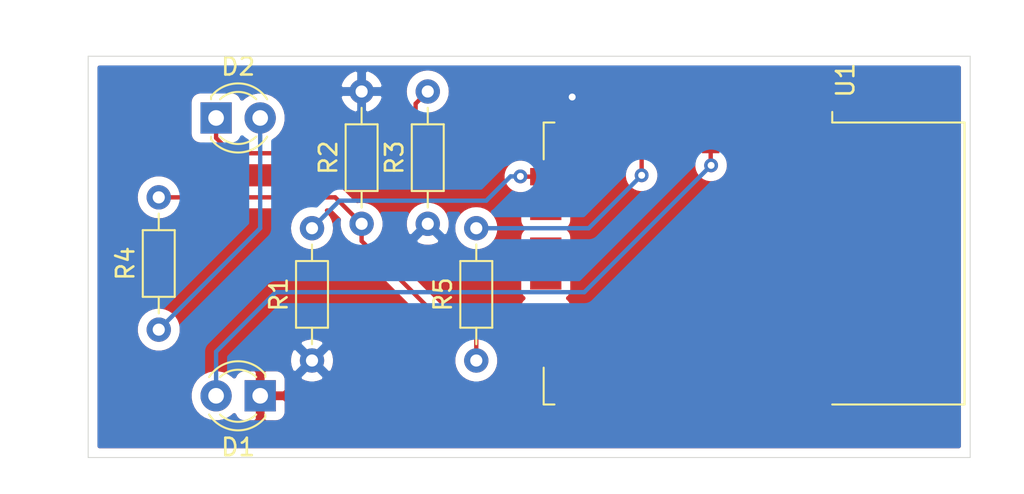
<source format=kicad_pcb>
(kicad_pcb (version 20171130) (host pcbnew 5.1.4+dfsg1-1~bpo10+1)

  (general
    (thickness 1.6)
    (drawings 5)
    (tracks 38)
    (zones 0)
    (modules 8)
    (nets 26)
  )

  (page A4)
  (layers
    (0 F.Cu signal)
    (31 B.Cu signal)
    (32 B.Adhes user)
    (33 F.Adhes user)
    (34 B.Paste user)
    (35 F.Paste user)
    (36 B.SilkS user)
    (37 F.SilkS user hide)
    (38 B.Mask user)
    (39 F.Mask user)
    (40 Dwgs.User user)
    (41 Cmts.User user)
    (42 Eco1.User user)
    (43 Eco2.User user)
    (44 Edge.Cuts user)
    (45 Margin user)
    (46 B.CrtYd user)
    (47 F.CrtYd user)
    (48 B.Fab user)
    (49 F.Fab user hide)
  )

  (setup
    (last_trace_width 0.25)
    (trace_clearance 0.2)
    (zone_clearance 0.508)
    (zone_45_only no)
    (trace_min 0.2)
    (via_size 0.8)
    (via_drill 0.4)
    (via_min_size 0.4)
    (via_min_drill 0.3)
    (uvia_size 0.3)
    (uvia_drill 0.1)
    (uvias_allowed no)
    (uvia_min_size 0.2)
    (uvia_min_drill 0.1)
    (edge_width 0.05)
    (segment_width 0.2)
    (pcb_text_width 0.3)
    (pcb_text_size 1.5 1.5)
    (mod_edge_width 0.12)
    (mod_text_size 1 1)
    (mod_text_width 0.15)
    (pad_size 1.524 1.524)
    (pad_drill 0.762)
    (pad_to_mask_clearance 0.051)
    (solder_mask_min_width 0.25)
    (aux_axis_origin 71.12 66.294)
    (visible_elements FFFFFF7F)
    (pcbplotparams
      (layerselection 0x010f0_ffffffff)
      (usegerberextensions false)
      (usegerberattributes false)
      (usegerberadvancedattributes false)
      (creategerberjobfile false)
      (excludeedgelayer true)
      (linewidth 0.100000)
      (plotframeref false)
      (viasonmask false)
      (mode 1)
      (useauxorigin false)
      (hpglpennumber 1)
      (hpglpenspeed 20)
      (hpglpendiameter 15.000000)
      (psnegative false)
      (psa4output false)
      (plotreference true)
      (plotvalue true)
      (plotinvisibletext false)
      (padsonsilk false)
      (subtractmaskfromsilk false)
      (outputformat 1)
      (mirror false)
      (drillshape 0)
      (scaleselection 1)
      (outputdirectory "gerber/"))
  )

  (net 0 "")
  (net 1 "Net-(D1-Pad2)")
  (net 2 GND)
  (net 3 "Net-(D2-Pad2)")
  (net 4 "Net-(D2-Pad1)")
  (net 5 "Net-(R1-Pad2)")
  (net 6 +5V)
  (net 7 "Net-(R2-Pad1)")
  (net 8 "Net-(R5-Pad2)")
  (net 9 "Net-(U1-Pad22)")
  (net 10 "Net-(U1-Pad21)")
  (net 11 "Net-(U1-Pad20)")
  (net 12 "Net-(U1-Pad19)")
  (net 13 "Net-(U1-Pad18)")
  (net 14 "Net-(U1-Pad17)")
  (net 15 "Net-(U1-Pad16)")
  (net 16 "Net-(U1-Pad14)")
  (net 17 "Net-(U1-Pad13)")
  (net 18 "Net-(U1-Pad12)")
  (net 19 "Net-(U1-Pad11)")
  (net 20 "Net-(U1-Pad10)")
  (net 21 "Net-(U1-Pad7)")
  (net 22 "Net-(U1-Pad5)")
  (net 23 "Net-(U1-Pad3)")
  (net 24 "Net-(U1-Pad2)")
  (net 25 "Net-(U1-Pad1)")

  (net_class Default "This is the default net class."
    (clearance 0.2)
    (trace_width 0.25)
    (via_dia 0.8)
    (via_drill 0.4)
    (uvia_dia 0.3)
    (uvia_drill 0.1)
    (add_net +5V)
    (add_net GND)
    (add_net "Net-(D1-Pad2)")
    (add_net "Net-(D2-Pad1)")
    (add_net "Net-(D2-Pad2)")
    (add_net "Net-(R1-Pad2)")
    (add_net "Net-(R2-Pad1)")
    (add_net "Net-(R5-Pad2)")
    (add_net "Net-(U1-Pad1)")
    (add_net "Net-(U1-Pad10)")
    (add_net "Net-(U1-Pad11)")
    (add_net "Net-(U1-Pad12)")
    (add_net "Net-(U1-Pad13)")
    (add_net "Net-(U1-Pad14)")
    (add_net "Net-(U1-Pad16)")
    (add_net "Net-(U1-Pad17)")
    (add_net "Net-(U1-Pad18)")
    (add_net "Net-(U1-Pad19)")
    (add_net "Net-(U1-Pad2)")
    (add_net "Net-(U1-Pad20)")
    (add_net "Net-(U1-Pad21)")
    (add_net "Net-(U1-Pad22)")
    (add_net "Net-(U1-Pad3)")
    (add_net "Net-(U1-Pad5)")
    (add_net "Net-(U1-Pad7)")
  )

  (module RF_Module:ESP-12E (layer F.Cu) (tedit 5A030172) (tstamp 62EEE67B)
    (at 109.474 55.118 270)
    (descr "Wi-Fi Module, http://wiki.ai-thinker.com/_media/esp8266/docs/aithinker_esp_12f_datasheet_en.pdf")
    (tags "Wi-Fi Module")
    (path /62EE86C3)
    (attr smd)
    (fp_text reference U1 (at -10.56 -5.26 90) (layer F.SilkS)
      (effects (font (size 1 1) (thickness 0.15)))
    )
    (fp_text value ESP-12F (at -0.06 -12.78 90) (layer F.Fab)
      (effects (font (size 1 1) (thickness 0.15)))
    )
    (fp_line (start 5.56 -4.8) (end 8.12 -7.36) (layer Dwgs.User) (width 0.12))
    (fp_line (start 2.56 -4.8) (end 8.12 -10.36) (layer Dwgs.User) (width 0.12))
    (fp_line (start -0.44 -4.8) (end 6.88 -12.12) (layer Dwgs.User) (width 0.12))
    (fp_line (start -3.44 -4.8) (end 3.88 -12.12) (layer Dwgs.User) (width 0.12))
    (fp_line (start -6.44 -4.8) (end 0.88 -12.12) (layer Dwgs.User) (width 0.12))
    (fp_line (start -8.12 -6.12) (end -2.12 -12.12) (layer Dwgs.User) (width 0.12))
    (fp_line (start -8.12 -9.12) (end -5.12 -12.12) (layer Dwgs.User) (width 0.12))
    (fp_line (start -8.12 -4.8) (end -8.12 -12.12) (layer Dwgs.User) (width 0.12))
    (fp_line (start 8.12 -4.8) (end -8.12 -4.8) (layer Dwgs.User) (width 0.12))
    (fp_line (start 8.12 -12.12) (end 8.12 -4.8) (layer Dwgs.User) (width 0.12))
    (fp_line (start -8.12 -12.12) (end 8.12 -12.12) (layer Dwgs.User) (width 0.12))
    (fp_line (start -8.12 -4.5) (end -8.73 -4.5) (layer F.SilkS) (width 0.12))
    (fp_line (start -8.12 -4.5) (end -8.12 -12.12) (layer F.SilkS) (width 0.12))
    (fp_line (start -8.12 12.12) (end -8.12 11.5) (layer F.SilkS) (width 0.12))
    (fp_line (start -6 12.12) (end -8.12 12.12) (layer F.SilkS) (width 0.12))
    (fp_line (start 8.12 12.12) (end 6 12.12) (layer F.SilkS) (width 0.12))
    (fp_line (start 8.12 11.5) (end 8.12 12.12) (layer F.SilkS) (width 0.12))
    (fp_line (start 8.12 -12.12) (end 8.12 -4.5) (layer F.SilkS) (width 0.12))
    (fp_line (start -8.12 -12.12) (end 8.12 -12.12) (layer F.SilkS) (width 0.12))
    (fp_line (start -9.05 13.1) (end -9.05 -12.2) (layer F.CrtYd) (width 0.05))
    (fp_line (start 9.05 13.1) (end -9.05 13.1) (layer F.CrtYd) (width 0.05))
    (fp_line (start 9.05 -12.2) (end 9.05 13.1) (layer F.CrtYd) (width 0.05))
    (fp_line (start -9.05 -12.2) (end 9.05 -12.2) (layer F.CrtYd) (width 0.05))
    (fp_line (start -8 -4) (end -8 -12) (layer F.Fab) (width 0.12))
    (fp_line (start -7.5 -3.5) (end -8 -4) (layer F.Fab) (width 0.12))
    (fp_line (start -8 -3) (end -7.5 -3.5) (layer F.Fab) (width 0.12))
    (fp_line (start -8 12) (end -8 -3) (layer F.Fab) (width 0.12))
    (fp_line (start 8 12) (end -8 12) (layer F.Fab) (width 0.12))
    (fp_line (start 8 -12) (end 8 12) (layer F.Fab) (width 0.12))
    (fp_line (start -8 -12) (end 8 -12) (layer F.Fab) (width 0.12))
    (fp_text user %R (at 0.49 -0.8 90) (layer F.Fab)
      (effects (font (size 1 1) (thickness 0.15)))
    )
    (fp_text user "KEEP-OUT ZONE" (at 0.03 -9.55 270) (layer Cmts.User)
      (effects (font (size 1 1) (thickness 0.15)))
    )
    (fp_text user Antenna (at -0.06 -7 270) (layer Cmts.User)
      (effects (font (size 1 1) (thickness 0.15)))
    )
    (pad 22 smd rect (at 7.6 -3.5 270) (size 2.5 1) (layers F.Cu F.Paste F.Mask)
      (net 9 "Net-(U1-Pad22)"))
    (pad 21 smd rect (at 7.6 -1.5 270) (size 2.5 1) (layers F.Cu F.Paste F.Mask)
      (net 10 "Net-(U1-Pad21)"))
    (pad 20 smd rect (at 7.6 0.5 270) (size 2.5 1) (layers F.Cu F.Paste F.Mask)
      (net 11 "Net-(U1-Pad20)"))
    (pad 19 smd rect (at 7.6 2.5 270) (size 2.5 1) (layers F.Cu F.Paste F.Mask)
      (net 12 "Net-(U1-Pad19)"))
    (pad 18 smd rect (at 7.6 4.5 270) (size 2.5 1) (layers F.Cu F.Paste F.Mask)
      (net 13 "Net-(U1-Pad18)"))
    (pad 17 smd rect (at 7.6 6.5 270) (size 2.5 1) (layers F.Cu F.Paste F.Mask)
      (net 14 "Net-(U1-Pad17)"))
    (pad 16 smd rect (at 7.6 8.5 270) (size 2.5 1) (layers F.Cu F.Paste F.Mask)
      (net 15 "Net-(U1-Pad16)"))
    (pad 15 smd rect (at 7.6 10.5 270) (size 2.5 1) (layers F.Cu F.Paste F.Mask)
      (net 2 GND))
    (pad 14 smd rect (at 5 12 270) (size 1 1.8) (layers F.Cu F.Paste F.Mask)
      (net 16 "Net-(U1-Pad14)"))
    (pad 13 smd rect (at 3 12 270) (size 1 1.8) (layers F.Cu F.Paste F.Mask)
      (net 17 "Net-(U1-Pad13)"))
    (pad 12 smd rect (at 1 12 270) (size 1 1.8) (layers F.Cu F.Paste F.Mask)
      (net 18 "Net-(U1-Pad12)"))
    (pad 11 smd rect (at -1 12 270) (size 1 1.8) (layers F.Cu F.Paste F.Mask)
      (net 19 "Net-(U1-Pad11)"))
    (pad 10 smd rect (at -3 12 270) (size 1 1.8) (layers F.Cu F.Paste F.Mask)
      (net 20 "Net-(U1-Pad10)"))
    (pad 9 smd rect (at -5 12 270) (size 1 1.8) (layers F.Cu F.Paste F.Mask)
      (net 5 "Net-(R1-Pad2)"))
    (pad 8 smd rect (at -7.6 10.5 270) (size 2.5 1) (layers F.Cu F.Paste F.Mask)
      (net 6 +5V))
    (pad 7 smd rect (at -7.6 8.5 270) (size 2.5 1) (layers F.Cu F.Paste F.Mask)
      (net 21 "Net-(U1-Pad7)"))
    (pad 6 smd rect (at -7.6 6.5 270) (size 2.5 1) (layers F.Cu F.Paste F.Mask)
      (net 8 "Net-(R5-Pad2)"))
    (pad 5 smd rect (at -7.6 4.5 270) (size 2.5 1) (layers F.Cu F.Paste F.Mask)
      (net 22 "Net-(U1-Pad5)"))
    (pad 4 smd rect (at -7.6 2.5 270) (size 2.5 1) (layers F.Cu F.Paste F.Mask)
      (net 1 "Net-(D1-Pad2)"))
    (pad 3 smd rect (at -7.6 0.5 270) (size 2.5 1) (layers F.Cu F.Paste F.Mask)
      (net 23 "Net-(U1-Pad3)"))
    (pad 2 smd rect (at -7.6 -1.5 270) (size 2.5 1) (layers F.Cu F.Paste F.Mask)
      (net 24 "Net-(U1-Pad2)"))
    (pad 1 smd rect (at -7.6 -3.5 270) (size 2.5 1) (layers F.Cu F.Paste F.Mask)
      (net 25 "Net-(U1-Pad1)"))
    (model ${KISYS3DMOD}/RF_Module.3dshapes/ESP-12E.wrl
      (at (xyz 0 0 0))
      (scale (xyz 1 1 1))
      (rotate (xyz 0 0 0))
    )
  )

  (module Resistor_THT:R_Axial_DIN0204_L3.6mm_D1.6mm_P7.62mm_Horizontal (layer F.Cu) (tedit 5AE5139B) (tstamp 62EEE5F8)
    (at 93.472 60.706 90)
    (descr "Resistor, Axial_DIN0204 series, Axial, Horizontal, pin pitch=7.62mm, 0.167W, length*diameter=3.6*1.6mm^2, http://cdn-reichelt.de/documents/datenblatt/B400/1_4W%23YAG.pdf")
    (tags "Resistor Axial_DIN0204 series Axial Horizontal pin pitch 7.62mm 0.167W length 3.6mm diameter 1.6mm")
    (path /62EE8F73)
    (fp_text reference R5 (at 3.81 -1.92 90) (layer F.SilkS)
      (effects (font (size 1 1) (thickness 0.15)))
    )
    (fp_text value R (at 3.81 1.92 90) (layer F.Fab)
      (effects (font (size 1 1) (thickness 0.15)))
    )
    (fp_text user %R (at 3.912 0 90) (layer F.Fab)
      (effects (font (size 0.72 0.72) (thickness 0.108)))
    )
    (fp_line (start 8.57 -1.05) (end -0.95 -1.05) (layer F.CrtYd) (width 0.05))
    (fp_line (start 8.57 1.05) (end 8.57 -1.05) (layer F.CrtYd) (width 0.05))
    (fp_line (start -0.95 1.05) (end 8.57 1.05) (layer F.CrtYd) (width 0.05))
    (fp_line (start -0.95 -1.05) (end -0.95 1.05) (layer F.CrtYd) (width 0.05))
    (fp_line (start 6.68 0) (end 5.73 0) (layer F.SilkS) (width 0.12))
    (fp_line (start 0.94 0) (end 1.89 0) (layer F.SilkS) (width 0.12))
    (fp_line (start 5.73 -0.92) (end 1.89 -0.92) (layer F.SilkS) (width 0.12))
    (fp_line (start 5.73 0.92) (end 5.73 -0.92) (layer F.SilkS) (width 0.12))
    (fp_line (start 1.89 0.92) (end 5.73 0.92) (layer F.SilkS) (width 0.12))
    (fp_line (start 1.89 -0.92) (end 1.89 0.92) (layer F.SilkS) (width 0.12))
    (fp_line (start 7.62 0) (end 5.61 0) (layer F.Fab) (width 0.1))
    (fp_line (start 0 0) (end 2.01 0) (layer F.Fab) (width 0.1))
    (fp_line (start 5.61 -0.8) (end 2.01 -0.8) (layer F.Fab) (width 0.1))
    (fp_line (start 5.61 0.8) (end 5.61 -0.8) (layer F.Fab) (width 0.1))
    (fp_line (start 2.01 0.8) (end 5.61 0.8) (layer F.Fab) (width 0.1))
    (fp_line (start 2.01 -0.8) (end 2.01 0.8) (layer F.Fab) (width 0.1))
    (pad 2 thru_hole oval (at 7.62 0 90) (size 1.4 1.4) (drill 0.7) (layers *.Cu *.Mask)
      (net 8 "Net-(R5-Pad2)"))
    (pad 1 thru_hole circle (at 0 0 90) (size 1.4 1.4) (drill 0.7) (layers *.Cu *.Mask)
      (net 7 "Net-(R2-Pad1)"))
    (model ${KISYS3DMOD}/Resistor_THT.3dshapes/R_Axial_DIN0204_L3.6mm_D1.6mm_P7.62mm_Horizontal.wrl
      (at (xyz 0 0 0))
      (scale (xyz 1 1 1))
      (rotate (xyz 0 0 0))
    )
  )

  (module Resistor_THT:R_Axial_DIN0204_L3.6mm_D1.6mm_P7.62mm_Horizontal (layer F.Cu) (tedit 5AE5139B) (tstamp 62EEE511)
    (at 75.184 58.928 90)
    (descr "Resistor, Axial_DIN0204 series, Axial, Horizontal, pin pitch=7.62mm, 0.167W, length*diameter=3.6*1.6mm^2, http://cdn-reichelt.de/documents/datenblatt/B400/1_4W%23YAG.pdf")
    (tags "Resistor Axial_DIN0204 series Axial Horizontal pin pitch 7.62mm 0.167W length 3.6mm diameter 1.6mm")
    (path /62EE8E6B)
    (fp_text reference R4 (at 3.81 -1.92 90) (layer F.SilkS)
      (effects (font (size 1 1) (thickness 0.15)))
    )
    (fp_text value R (at 3.81 1.92 90) (layer F.Fab)
      (effects (font (size 1 1) (thickness 0.15)))
    )
    (fp_text user %R (at 3.81 0 90) (layer F.Fab)
      (effects (font (size 0.72 0.72) (thickness 0.108)))
    )
    (fp_line (start 8.57 -1.05) (end -0.95 -1.05) (layer F.CrtYd) (width 0.05))
    (fp_line (start 8.57 1.05) (end 8.57 -1.05) (layer F.CrtYd) (width 0.05))
    (fp_line (start -0.95 1.05) (end 8.57 1.05) (layer F.CrtYd) (width 0.05))
    (fp_line (start -0.95 -1.05) (end -0.95 1.05) (layer F.CrtYd) (width 0.05))
    (fp_line (start 6.68 0) (end 5.73 0) (layer F.SilkS) (width 0.12))
    (fp_line (start 0.94 0) (end 1.89 0) (layer F.SilkS) (width 0.12))
    (fp_line (start 5.73 -0.92) (end 1.89 -0.92) (layer F.SilkS) (width 0.12))
    (fp_line (start 5.73 0.92) (end 5.73 -0.92) (layer F.SilkS) (width 0.12))
    (fp_line (start 1.89 0.92) (end 5.73 0.92) (layer F.SilkS) (width 0.12))
    (fp_line (start 1.89 -0.92) (end 1.89 0.92) (layer F.SilkS) (width 0.12))
    (fp_line (start 7.62 0) (end 5.61 0) (layer F.Fab) (width 0.1))
    (fp_line (start 0 0) (end 2.01 0) (layer F.Fab) (width 0.1))
    (fp_line (start 5.61 -0.8) (end 2.01 -0.8) (layer F.Fab) (width 0.1))
    (fp_line (start 5.61 0.8) (end 5.61 -0.8) (layer F.Fab) (width 0.1))
    (fp_line (start 2.01 0.8) (end 5.61 0.8) (layer F.Fab) (width 0.1))
    (fp_line (start 2.01 -0.8) (end 2.01 0.8) (layer F.Fab) (width 0.1))
    (pad 2 thru_hole oval (at 7.62 0 90) (size 1.4 1.4) (drill 0.7) (layers *.Cu *.Mask)
      (net 7 "Net-(R2-Pad1)"))
    (pad 1 thru_hole circle (at 0 0 90) (size 1.4 1.4) (drill 0.7) (layers *.Cu *.Mask)
      (net 3 "Net-(D2-Pad2)"))
    (model ${KISYS3DMOD}/Resistor_THT.3dshapes/R_Axial_DIN0204_L3.6mm_D1.6mm_P7.62mm_Horizontal.wrl
      (at (xyz 0 0 0))
      (scale (xyz 1 1 1))
      (rotate (xyz 0 0 0))
    )
  )

  (module Resistor_THT:R_Axial_DIN0204_L3.6mm_D1.6mm_P7.62mm_Horizontal (layer F.Cu) (tedit 5AE5139B) (tstamp 62EEE42A)
    (at 90.678 52.832 90)
    (descr "Resistor, Axial_DIN0204 series, Axial, Horizontal, pin pitch=7.62mm, 0.167W, length*diameter=3.6*1.6mm^2, http://cdn-reichelt.de/documents/datenblatt/B400/1_4W%23YAG.pdf")
    (tags "Resistor Axial_DIN0204 series Axial Horizontal pin pitch 7.62mm 0.167W length 3.6mm diameter 1.6mm")
    (path /62EE8D84)
    (fp_text reference R3 (at 3.81 -1.92 90) (layer F.SilkS)
      (effects (font (size 1 1) (thickness 0.15)))
    )
    (fp_text value R (at 3.81 1.92 90) (layer F.Fab)
      (effects (font (size 1 1) (thickness 0.15)))
    )
    (fp_text user %R (at 3.81 0 90) (layer F.Fab)
      (effects (font (size 0.72 0.72) (thickness 0.108)))
    )
    (fp_line (start 8.57 -1.05) (end -0.95 -1.05) (layer F.CrtYd) (width 0.05))
    (fp_line (start 8.57 1.05) (end 8.57 -1.05) (layer F.CrtYd) (width 0.05))
    (fp_line (start -0.95 1.05) (end 8.57 1.05) (layer F.CrtYd) (width 0.05))
    (fp_line (start -0.95 -1.05) (end -0.95 1.05) (layer F.CrtYd) (width 0.05))
    (fp_line (start 6.68 0) (end 5.73 0) (layer F.SilkS) (width 0.12))
    (fp_line (start 0.94 0) (end 1.89 0) (layer F.SilkS) (width 0.12))
    (fp_line (start 5.73 -0.92) (end 1.89 -0.92) (layer F.SilkS) (width 0.12))
    (fp_line (start 5.73 0.92) (end 5.73 -0.92) (layer F.SilkS) (width 0.12))
    (fp_line (start 1.89 0.92) (end 5.73 0.92) (layer F.SilkS) (width 0.12))
    (fp_line (start 1.89 -0.92) (end 1.89 0.92) (layer F.SilkS) (width 0.12))
    (fp_line (start 7.62 0) (end 5.61 0) (layer F.Fab) (width 0.1))
    (fp_line (start 0 0) (end 2.01 0) (layer F.Fab) (width 0.1))
    (fp_line (start 5.61 -0.8) (end 2.01 -0.8) (layer F.Fab) (width 0.1))
    (fp_line (start 5.61 0.8) (end 5.61 -0.8) (layer F.Fab) (width 0.1))
    (fp_line (start 2.01 0.8) (end 5.61 0.8) (layer F.Fab) (width 0.1))
    (fp_line (start 2.01 -0.8) (end 2.01 0.8) (layer F.Fab) (width 0.1))
    (pad 2 thru_hole oval (at 7.62 0 90) (size 1.4 1.4) (drill 0.7) (layers *.Cu *.Mask)
      (net 4 "Net-(D2-Pad1)"))
    (pad 1 thru_hole circle (at 0 0 90) (size 1.4 1.4) (drill 0.7) (layers *.Cu *.Mask)
      (net 6 +5V))
    (model ${KISYS3DMOD}/Resistor_THT.3dshapes/R_Axial_DIN0204_L3.6mm_D1.6mm_P7.62mm_Horizontal.wrl
      (at (xyz 0 0 0))
      (scale (xyz 1 1 1))
      (rotate (xyz 0 0 0))
    )
  )

  (module Resistor_THT:R_Axial_DIN0204_L3.6mm_D1.6mm_P7.62mm_Horizontal (layer F.Cu) (tedit 5AE5139B) (tstamp 62EEE343)
    (at 86.868 52.832 90)
    (descr "Resistor, Axial_DIN0204 series, Axial, Horizontal, pin pitch=7.62mm, 0.167W, length*diameter=3.6*1.6mm^2, http://cdn-reichelt.de/documents/datenblatt/B400/1_4W%23YAG.pdf")
    (tags "Resistor Axial_DIN0204 series Axial Horizontal pin pitch 7.62mm 0.167W length 3.6mm diameter 1.6mm")
    (path /62EE8CCE)
    (fp_text reference R2 (at 3.81 -1.92 90) (layer F.SilkS)
      (effects (font (size 1 1) (thickness 0.15)))
    )
    (fp_text value R (at 3.81 1.92 90) (layer F.Fab)
      (effects (font (size 1 1) (thickness 0.15)))
    )
    (fp_text user %R (at 3.81 0 90) (layer F.Fab)
      (effects (font (size 0.72 0.72) (thickness 0.108)))
    )
    (fp_line (start 8.57 -1.05) (end -0.95 -1.05) (layer F.CrtYd) (width 0.05))
    (fp_line (start 8.57 1.05) (end 8.57 -1.05) (layer F.CrtYd) (width 0.05))
    (fp_line (start -0.95 1.05) (end 8.57 1.05) (layer F.CrtYd) (width 0.05))
    (fp_line (start -0.95 -1.05) (end -0.95 1.05) (layer F.CrtYd) (width 0.05))
    (fp_line (start 6.68 0) (end 5.73 0) (layer F.SilkS) (width 0.12))
    (fp_line (start 0.94 0) (end 1.89 0) (layer F.SilkS) (width 0.12))
    (fp_line (start 5.73 -0.92) (end 1.89 -0.92) (layer F.SilkS) (width 0.12))
    (fp_line (start 5.73 0.92) (end 5.73 -0.92) (layer F.SilkS) (width 0.12))
    (fp_line (start 1.89 0.92) (end 5.73 0.92) (layer F.SilkS) (width 0.12))
    (fp_line (start 1.89 -0.92) (end 1.89 0.92) (layer F.SilkS) (width 0.12))
    (fp_line (start 7.62 0) (end 5.61 0) (layer F.Fab) (width 0.1))
    (fp_line (start 0 0) (end 2.01 0) (layer F.Fab) (width 0.1))
    (fp_line (start 5.61 -0.8) (end 2.01 -0.8) (layer F.Fab) (width 0.1))
    (fp_line (start 5.61 0.8) (end 5.61 -0.8) (layer F.Fab) (width 0.1))
    (fp_line (start 2.01 0.8) (end 5.61 0.8) (layer F.Fab) (width 0.1))
    (fp_line (start 2.01 -0.8) (end 2.01 0.8) (layer F.Fab) (width 0.1))
    (pad 2 thru_hole oval (at 7.62 0 90) (size 1.4 1.4) (drill 0.7) (layers *.Cu *.Mask)
      (net 6 +5V))
    (pad 1 thru_hole circle (at 0 0 90) (size 1.4 1.4) (drill 0.7) (layers *.Cu *.Mask)
      (net 7 "Net-(R2-Pad1)"))
    (model ${KISYS3DMOD}/Resistor_THT.3dshapes/R_Axial_DIN0204_L3.6mm_D1.6mm_P7.62mm_Horizontal.wrl
      (at (xyz 0 0 0))
      (scale (xyz 1 1 1))
      (rotate (xyz 0 0 0))
    )
  )

  (module Resistor_THT:R_Axial_DIN0204_L3.6mm_D1.6mm_P7.62mm_Horizontal (layer F.Cu) (tedit 5AE5139B) (tstamp 62EEE25C)
    (at 84.0105 60.706 90)
    (descr "Resistor, Axial_DIN0204 series, Axial, Horizontal, pin pitch=7.62mm, 0.167W, length*diameter=3.6*1.6mm^2, http://cdn-reichelt.de/documents/datenblatt/B400/1_4W%23YAG.pdf")
    (tags "Resistor Axial_DIN0204 series Axial Horizontal pin pitch 7.62mm 0.167W length 3.6mm diameter 1.6mm")
    (path /62EE8BF3)
    (fp_text reference R1 (at 3.81 -1.92 90) (layer F.SilkS)
      (effects (font (size 1 1) (thickness 0.15)))
    )
    (fp_text value R (at 3.81 1.92 90) (layer F.Fab)
      (effects (font (size 1 1) (thickness 0.15)))
    )
    (fp_text user %R (at 3.81 0 90) (layer F.Fab)
      (effects (font (size 0.72 0.72) (thickness 0.108)))
    )
    (fp_line (start 8.57 -1.05) (end -0.95 -1.05) (layer F.CrtYd) (width 0.05))
    (fp_line (start 8.57 1.05) (end 8.57 -1.05) (layer F.CrtYd) (width 0.05))
    (fp_line (start -0.95 1.05) (end 8.57 1.05) (layer F.CrtYd) (width 0.05))
    (fp_line (start -0.95 -1.05) (end -0.95 1.05) (layer F.CrtYd) (width 0.05))
    (fp_line (start 6.68 0) (end 5.73 0) (layer F.SilkS) (width 0.12))
    (fp_line (start 0.94 0) (end 1.89 0) (layer F.SilkS) (width 0.12))
    (fp_line (start 5.73 -0.92) (end 1.89 -0.92) (layer F.SilkS) (width 0.12))
    (fp_line (start 5.73 0.92) (end 5.73 -0.92) (layer F.SilkS) (width 0.12))
    (fp_line (start 1.89 0.92) (end 5.73 0.92) (layer F.SilkS) (width 0.12))
    (fp_line (start 1.89 -0.92) (end 1.89 0.92) (layer F.SilkS) (width 0.12))
    (fp_line (start 7.62 0) (end 5.61 0) (layer F.Fab) (width 0.1))
    (fp_line (start 0 0) (end 2.01 0) (layer F.Fab) (width 0.1))
    (fp_line (start 5.61 -0.8) (end 2.01 -0.8) (layer F.Fab) (width 0.1))
    (fp_line (start 5.61 0.8) (end 5.61 -0.8) (layer F.Fab) (width 0.1))
    (fp_line (start 2.01 0.8) (end 5.61 0.8) (layer F.Fab) (width 0.1))
    (fp_line (start 2.01 -0.8) (end 2.01 0.8) (layer F.Fab) (width 0.1))
    (pad 2 thru_hole oval (at 7.62 0 90) (size 1.4 1.4) (drill 0.7) (layers *.Cu *.Mask)
      (net 5 "Net-(R1-Pad2)"))
    (pad 1 thru_hole circle (at 0 0 90) (size 1.4 1.4) (drill 0.7) (layers *.Cu *.Mask)
      (net 6 +5V))
    (model ${KISYS3DMOD}/Resistor_THT.3dshapes/R_Axial_DIN0204_L3.6mm_D1.6mm_P7.62mm_Horizontal.wrl
      (at (xyz 0 0 0))
      (scale (xyz 1 1 1))
      (rotate (xyz 0 0 0))
    )
  )

  (module LED_THT:LED_D3.0mm_FlatTop (layer F.Cu) (tedit 5880A862) (tstamp 62EEE175)
    (at 78.486 46.736)
    (descr "LED, Round, FlatTop, diameter 3.0mm, 2 pins, http://www.kingbright.com/attachments/file/psearch/000/00/00/L-47XEC(Ver.9A).pdf")
    (tags "LED Round FlatTop diameter 3.0mm 2 pins")
    (path /62EEC2E5)
    (fp_text reference D2 (at 1.27 -2.96) (layer F.SilkS)
      (effects (font (size 1 1) (thickness 0.15)))
    )
    (fp_text value LED (at 1.27 2.96) (layer F.Fab)
      (effects (font (size 1 1) (thickness 0.15)))
    )
    (fp_line (start 3.7 -2.25) (end -1.15 -2.25) (layer F.CrtYd) (width 0.05))
    (fp_line (start 3.7 2.25) (end 3.7 -2.25) (layer F.CrtYd) (width 0.05))
    (fp_line (start -1.15 2.25) (end 3.7 2.25) (layer F.CrtYd) (width 0.05))
    (fp_line (start -1.15 -2.25) (end -1.15 2.25) (layer F.CrtYd) (width 0.05))
    (fp_line (start -0.29 1.08) (end -0.29 1.236) (layer F.SilkS) (width 0.12))
    (fp_line (start -0.29 -1.236) (end -0.29 -1.08) (layer F.SilkS) (width 0.12))
    (fp_line (start -0.23 -1.16619) (end -0.23 1.16619) (layer F.Fab) (width 0.1))
    (fp_circle (center 1.27 0) (end 2.77 0) (layer F.Fab) (width 0.1))
    (fp_arc (start 1.27 0) (end 0.229039 1.08) (angle -87.9) (layer F.SilkS) (width 0.12))
    (fp_arc (start 1.27 0) (end 0.229039 -1.08) (angle 87.9) (layer F.SilkS) (width 0.12))
    (fp_arc (start 1.27 0) (end -0.29 1.235516) (angle -108.8) (layer F.SilkS) (width 0.12))
    (fp_arc (start 1.27 0) (end -0.29 -1.235516) (angle 108.8) (layer F.SilkS) (width 0.12))
    (fp_arc (start 1.27 0) (end -0.23 -1.16619) (angle 284.3) (layer F.Fab) (width 0.1))
    (pad 2 thru_hole circle (at 2.54 0) (size 1.8 1.8) (drill 0.9) (layers *.Cu *.Mask)
      (net 3 "Net-(D2-Pad2)"))
    (pad 1 thru_hole rect (at 0 0) (size 1.8 1.8) (drill 0.9) (layers *.Cu *.Mask)
      (net 4 "Net-(D2-Pad1)"))
    (model ${KISYS3DMOD}/LED_THT.3dshapes/LED_D3.0mm_FlatTop.wrl
      (at (xyz 0 0 0))
      (scale (xyz 1 1 1))
      (rotate (xyz 0 0 0))
    )
  )

  (module LED_THT:LED_D3.0mm_FlatTop (layer F.Cu) (tedit 5880A862) (tstamp 62EEE0BE)
    (at 81.026 62.738 180)
    (descr "LED, Round, FlatTop, diameter 3.0mm, 2 pins, http://www.kingbright.com/attachments/file/psearch/000/00/00/L-47XEC(Ver.9A).pdf")
    (tags "LED Round FlatTop diameter 3.0mm 2 pins")
    (path /62EE938A)
    (fp_text reference D1 (at 1.27 -2.96) (layer F.SilkS)
      (effects (font (size 1 1) (thickness 0.15)))
    )
    (fp_text value LED (at 1.27 2.96) (layer F.Fab)
      (effects (font (size 1 1) (thickness 0.15)))
    )
    (fp_line (start 3.7 -2.25) (end -1.15 -2.25) (layer F.CrtYd) (width 0.05))
    (fp_line (start 3.7 2.25) (end 3.7 -2.25) (layer F.CrtYd) (width 0.05))
    (fp_line (start -1.15 2.25) (end 3.7 2.25) (layer F.CrtYd) (width 0.05))
    (fp_line (start -1.15 -2.25) (end -1.15 2.25) (layer F.CrtYd) (width 0.05))
    (fp_line (start -0.29 1.08) (end -0.29 1.236) (layer F.SilkS) (width 0.12))
    (fp_line (start -0.29 -1.236) (end -0.29 -1.08) (layer F.SilkS) (width 0.12))
    (fp_line (start -0.23 -1.16619) (end -0.23 1.16619) (layer F.Fab) (width 0.1))
    (fp_circle (center 1.27 0) (end 2.77 0) (layer F.Fab) (width 0.1))
    (fp_arc (start 1.27 0) (end 0.229039 1.08) (angle -87.9) (layer F.SilkS) (width 0.12))
    (fp_arc (start 1.27 0) (end 0.229039 -1.08) (angle 87.9) (layer F.SilkS) (width 0.12))
    (fp_arc (start 1.27 0) (end -0.29 1.235516) (angle -108.8) (layer F.SilkS) (width 0.12))
    (fp_arc (start 1.27 0) (end -0.29 -1.235516) (angle 108.8) (layer F.SilkS) (width 0.12))
    (fp_arc (start 1.27 0) (end -0.23 -1.16619) (angle 284.3) (layer F.Fab) (width 0.1))
    (pad 2 thru_hole circle (at 2.54 0 180) (size 1.8 1.8) (drill 0.9) (layers *.Cu *.Mask)
      (net 1 "Net-(D1-Pad2)"))
    (pad 1 thru_hole rect (at 0 0 180) (size 1.8 1.8) (drill 0.9) (layers *.Cu *.Mask)
      (net 2 GND))
    (model ${KISYS3DMOD}/LED_THT.3dshapes/LED_D3.0mm_FlatTop.wrl
      (at (xyz 0 0 0))
      (scale (xyz 1 1 1))
      (rotate (xyz 0 0 0))
    )
  )

  (gr_line (start 71.12 43.18) (end 71.12 66.294) (layer Edge.Cuts) (width 0.05) (tstamp 62EEE748))
  (gr_line (start 121.92 43.18) (end 71.12 43.18) (layer Edge.Cuts) (width 0.05))
  (gr_line (start 121.92 66.294) (end 121.92 43.18) (layer Edge.Cuts) (width 0.05))
  (gr_line (start 78.74 66.294) (end 121.92 66.294) (layer Edge.Cuts) (width 0.05))
  (gr_line (start 71.12 66.294) (end 78.74 66.294) (layer Edge.Cuts) (width 0.05))

  (via (at 106.9975 49.4665) (size 0.8) (drill 0.4) (layers F.Cu B.Cu) (net 1))
  (segment (start 106.974 47.518) (end 106.974 49.443) (width 0.25) (layer F.Cu) (net 1))
  (segment (start 106.974 49.443) (end 106.9975 49.4665) (width 0.25) (layer F.Cu) (net 1))
  (segment (start 78.486 60.198) (end 78.486 62.738) (width 0.25) (layer B.Cu) (net 1))
  (segment (start 81.915 56.769) (end 78.486 60.198) (width 0.25) (layer B.Cu) (net 1))
  (segment (start 106.9975 49.4665) (end 99.695 56.769) (width 0.25) (layer B.Cu) (net 1))
  (segment (start 99.695 56.769) (end 81.915 56.769) (width 0.25) (layer B.Cu) (net 1))
  (segment (start 81.026 53.086) (end 75.184 58.928) (width 0.25) (layer B.Cu) (net 3))
  (segment (start 81.026 46.736) (end 81.026 53.086) (width 0.25) (layer B.Cu) (net 3))
  (segment (start 78.486 47.886) (end 78.486 46.736) (width 0.25) (layer F.Cu) (net 4))
  (segment (start 79.368 48.768) (end 78.486 47.886) (width 0.25) (layer F.Cu) (net 4))
  (segment (start 87.9475 48.768) (end 79.368 48.768) (width 0.25) (layer F.Cu) (net 4))
  (segment (start 89.978001 46.737499) (end 87.9475 48.768) (width 0.25) (layer F.Cu) (net 4))
  (segment (start 89.978001 45.911999) (end 89.978001 46.737499) (width 0.25) (layer F.Cu) (net 4))
  (segment (start 90.678 45.212) (end 89.978001 45.911999) (width 0.25) (layer F.Cu) (net 4))
  (via (at 96.012 50.1015) (size 0.8) (drill 0.4) (layers F.Cu B.Cu) (net 5))
  (segment (start 97.474 50.118) (end 96.0285 50.118) (width 0.25) (layer F.Cu) (net 5))
  (segment (start 96.0285 50.118) (end 96.012 50.1015) (width 0.25) (layer F.Cu) (net 5))
  (segment (start 84.710499 52.386001) (end 84.0105 53.086) (width 0.25) (layer B.Cu) (net 5))
  (segment (start 85.598 51.4985) (end 84.710499 52.386001) (width 0.25) (layer B.Cu) (net 5))
  (segment (start 94.049315 51.4985) (end 85.598 51.4985) (width 0.25) (layer B.Cu) (net 5))
  (segment (start 96.012 50.1015) (end 95.446315 50.1015) (width 0.25) (layer B.Cu) (net 5))
  (segment (start 95.446315 50.1015) (end 94.049315 51.4985) (width 0.25) (layer B.Cu) (net 5))
  (via (at 98.9965 45.5295) (size 0.8) (drill 0.4) (layers F.Cu B.Cu) (net 6))
  (segment (start 98.974 47.518) (end 98.974 45.552) (width 0.25) (layer F.Cu) (net 6))
  (segment (start 98.974 45.552) (end 98.9965 45.5295) (width 0.25) (layer F.Cu) (net 6))
  (segment (start 86.868 53.821949) (end 91.148551 58.1025) (width 0.25) (layer F.Cu) (net 7))
  (segment (start 86.868 52.832) (end 86.868 53.821949) (width 0.25) (layer F.Cu) (net 7))
  (segment (start 91.148551 58.1025) (end 92.1385 58.1025) (width 0.25) (layer F.Cu) (net 7))
  (segment (start 93.472 59.436) (end 93.472 60.706) (width 0.25) (layer F.Cu) (net 7))
  (segment (start 92.1385 58.1025) (end 93.472 59.436) (width 0.25) (layer F.Cu) (net 7))
  (segment (start 85.344 51.308) (end 86.868 52.832) (width 0.25) (layer F.Cu) (net 7))
  (segment (start 75.184 51.308) (end 85.344 51.308) (width 0.25) (layer F.Cu) (net 7))
  (via (at 102.997 50.038) (size 0.8) (drill 0.4) (layers F.Cu B.Cu) (net 8))
  (segment (start 93.472 53.086) (end 99.949 53.086) (width 0.25) (layer B.Cu) (net 8))
  (segment (start 99.949 53.086) (end 102.997 50.038) (width 0.25) (layer B.Cu) (net 8))
  (segment (start 102.997 47.541) (end 102.974 47.518) (width 0.25) (layer F.Cu) (net 8))
  (segment (start 102.997 50.038) (end 102.997 47.541) (width 0.25) (layer F.Cu) (net 8))

  (zone (net 2) (net_name GND) (layer F.Cu) (tstamp 0) (hatch edge 0.508)
    (connect_pads (clearance 0.508))
    (min_thickness 0.254)
    (fill yes (arc_segments 32) (thermal_gap 0.508) (thermal_bridge_width 0.508))
    (polygon
      (pts
        (xy 66.04 40.0685) (xy 124.714 39.9415) (xy 124.7775 68.3895) (xy 66.2305 68.0085)
      )
    )
    (filled_polygon
      (pts
        (xy 121.26 65.634) (xy 71.78 65.634) (xy 71.78 62.586816) (xy 76.951 62.586816) (xy 76.951 62.889184)
        (xy 77.009989 63.185743) (xy 77.125701 63.465095) (xy 77.293688 63.716505) (xy 77.507495 63.930312) (xy 77.758905 64.098299)
        (xy 78.038257 64.214011) (xy 78.334816 64.273) (xy 78.637184 64.273) (xy 78.933743 64.214011) (xy 79.213095 64.098299)
        (xy 79.464505 63.930312) (xy 79.530944 63.863873) (xy 79.536498 63.88218) (xy 79.595463 63.992494) (xy 79.674815 64.089185)
        (xy 79.771506 64.168537) (xy 79.88182 64.227502) (xy 80.001518 64.263812) (xy 80.126 64.276072) (xy 80.74025 64.273)
        (xy 80.899 64.11425) (xy 80.899 62.865) (xy 81.153 62.865) (xy 81.153 64.11425) (xy 81.31175 64.273)
        (xy 81.926 64.276072) (xy 82.050482 64.263812) (xy 82.17018 64.227502) (xy 82.280494 64.168537) (xy 82.377185 64.089185)
        (xy 82.456537 63.992494) (xy 82.469629 63.968) (xy 97.835928 63.968) (xy 97.848188 64.092482) (xy 97.884498 64.21218)
        (xy 97.943463 64.322494) (xy 98.022815 64.419185) (xy 98.119506 64.498537) (xy 98.22982 64.557502) (xy 98.349518 64.593812)
        (xy 98.474 64.606072) (xy 98.68825 64.603) (xy 98.847 64.44425) (xy 98.847 62.845) (xy 97.99775 62.845)
        (xy 97.839 63.00375) (xy 97.835928 63.968) (xy 82.469629 63.968) (xy 82.515502 63.88218) (xy 82.551812 63.762482)
        (xy 82.564072 63.638) (xy 82.561 63.02375) (xy 82.40225 62.865) (xy 81.153 62.865) (xy 80.899 62.865)
        (xy 80.879 62.865) (xy 80.879 62.611) (xy 80.899 62.611) (xy 80.899 61.36175) (xy 81.153 61.36175)
        (xy 81.153 62.611) (xy 82.40225 62.611) (xy 82.561 62.45225) (xy 82.564072 61.838) (xy 82.551812 61.713518)
        (xy 82.515502 61.59382) (xy 82.456537 61.483506) (xy 82.377185 61.386815) (xy 82.280494 61.307463) (xy 82.17018 61.248498)
        (xy 82.050482 61.212188) (xy 81.926 61.199928) (xy 81.31175 61.203) (xy 81.153 61.36175) (xy 80.899 61.36175)
        (xy 80.74025 61.203) (xy 80.126 61.199928) (xy 80.001518 61.212188) (xy 79.88182 61.248498) (xy 79.771506 61.307463)
        (xy 79.674815 61.386815) (xy 79.595463 61.483506) (xy 79.536498 61.59382) (xy 79.530944 61.612127) (xy 79.464505 61.545688)
        (xy 79.213095 61.377701) (xy 78.933743 61.261989) (xy 78.637184 61.203) (xy 78.334816 61.203) (xy 78.038257 61.261989)
        (xy 77.758905 61.377701) (xy 77.507495 61.545688) (xy 77.293688 61.759495) (xy 77.125701 62.010905) (xy 77.009989 62.290257)
        (xy 76.951 62.586816) (xy 71.78 62.586816) (xy 71.78 60.574514) (xy 82.6755 60.574514) (xy 82.6755 60.837486)
        (xy 82.726804 61.095405) (xy 82.827439 61.338359) (xy 82.973538 61.557013) (xy 83.159487 61.742962) (xy 83.378141 61.889061)
        (xy 83.621095 61.989696) (xy 83.879014 62.041) (xy 84.141986 62.041) (xy 84.399905 61.989696) (xy 84.642859 61.889061)
        (xy 84.861513 61.742962) (xy 85.047462 61.557013) (xy 85.193561 61.338359) (xy 85.294196 61.095405) (xy 85.3455 60.837486)
        (xy 85.3455 60.574514) (xy 85.294196 60.316595) (xy 85.193561 60.073641) (xy 85.047462 59.854987) (xy 84.861513 59.669038)
        (xy 84.642859 59.522939) (xy 84.399905 59.422304) (xy 84.141986 59.371) (xy 83.879014 59.371) (xy 83.621095 59.422304)
        (xy 83.378141 59.522939) (xy 83.159487 59.669038) (xy 82.973538 59.854987) (xy 82.827439 60.073641) (xy 82.726804 60.316595)
        (xy 82.6755 60.574514) (xy 71.78 60.574514) (xy 71.78 58.796514) (xy 73.849 58.796514) (xy 73.849 59.059486)
        (xy 73.900304 59.317405) (xy 74.000939 59.560359) (xy 74.147038 59.779013) (xy 74.332987 59.964962) (xy 74.551641 60.111061)
        (xy 74.794595 60.211696) (xy 75.052514 60.263) (xy 75.315486 60.263) (xy 75.573405 60.211696) (xy 75.816359 60.111061)
        (xy 76.035013 59.964962) (xy 76.220962 59.779013) (xy 76.367061 59.560359) (xy 76.467696 59.317405) (xy 76.519 59.059486)
        (xy 76.519 58.796514) (xy 76.467696 58.538595) (xy 76.367061 58.295641) (xy 76.220962 58.076987) (xy 76.035013 57.891038)
        (xy 75.816359 57.744939) (xy 75.573405 57.644304) (xy 75.315486 57.593) (xy 75.052514 57.593) (xy 74.794595 57.644304)
        (xy 74.551641 57.744939) (xy 74.332987 57.891038) (xy 74.147038 58.076987) (xy 74.000939 58.295641) (xy 73.900304 58.538595)
        (xy 73.849 58.796514) (xy 71.78 58.796514) (xy 71.78 51.308) (xy 73.842541 51.308) (xy 73.868317 51.569706)
        (xy 73.944653 51.821354) (xy 74.068618 52.053275) (xy 74.235445 52.256555) (xy 74.438725 52.423382) (xy 74.670646 52.547347)
        (xy 74.922294 52.623683) (xy 75.118421 52.643) (xy 75.249579 52.643) (xy 75.445706 52.623683) (xy 75.697354 52.547347)
        (xy 75.929275 52.423382) (xy 76.132555 52.256555) (xy 76.287298 52.068) (xy 83.146564 52.068) (xy 83.061945 52.137445)
        (xy 82.895118 52.340725) (xy 82.771153 52.572646) (xy 82.694817 52.824294) (xy 82.669041 53.086) (xy 82.694817 53.347706)
        (xy 82.771153 53.599354) (xy 82.895118 53.831275) (xy 83.061945 54.034555) (xy 83.265225 54.201382) (xy 83.497146 54.325347)
        (xy 83.748794 54.401683) (xy 83.944921 54.421) (xy 84.076079 54.421) (xy 84.272206 54.401683) (xy 84.523854 54.325347)
        (xy 84.755775 54.201382) (xy 84.959055 54.034555) (xy 85.125882 53.831275) (xy 85.249847 53.599354) (xy 85.326183 53.347706)
        (xy 85.351959 53.086) (xy 85.326183 52.824294) (xy 85.249847 52.572646) (xy 85.125882 52.340725) (xy 84.959055 52.137445)
        (xy 84.874436 52.068) (xy 85.029199 52.068) (xy 85.554355 52.593157) (xy 85.533 52.700514) (xy 85.533 52.963486)
        (xy 85.584304 53.221405) (xy 85.684939 53.464359) (xy 85.831038 53.683013) (xy 86.016987 53.868962) (xy 86.115433 53.934741)
        (xy 86.118998 53.970934) (xy 86.162454 54.114195) (xy 86.233026 54.246225) (xy 86.304201 54.332951) (xy 86.328 54.36195)
        (xy 86.356998 54.385748) (xy 90.584751 58.613502) (xy 90.60855 58.642501) (xy 90.724275 58.737474) (xy 90.856304 58.808046)
        (xy 90.999565 58.851503) (xy 91.111218 58.8625) (xy 91.111227 58.8625) (xy 91.14855 58.866176) (xy 91.185873 58.8625)
        (xy 91.823699 58.8625) (xy 92.626532 59.665333) (xy 92.620987 59.669038) (xy 92.435038 59.854987) (xy 92.288939 60.073641)
        (xy 92.188304 60.316595) (xy 92.137 60.574514) (xy 92.137 60.837486) (xy 92.188304 61.095405) (xy 92.288939 61.338359)
        (xy 92.435038 61.557013) (xy 92.620987 61.742962) (xy 92.839641 61.889061) (xy 93.082595 61.989696) (xy 93.340514 62.041)
        (xy 93.603486 62.041) (xy 93.861405 61.989696) (xy 94.104359 61.889061) (xy 94.323013 61.742962) (xy 94.508962 61.557013)
        (xy 94.655061 61.338359) (xy 94.755696 61.095405) (xy 94.807 60.837486) (xy 94.807 60.574514) (xy 94.755696 60.316595)
        (xy 94.655061 60.073641) (xy 94.508962 59.854987) (xy 94.323013 59.669038) (xy 94.232 59.608225) (xy 94.232 59.473325)
        (xy 94.235676 59.436) (xy 94.232 59.398675) (xy 94.232 59.398667) (xy 94.221003 59.287014) (xy 94.177546 59.143753)
        (xy 94.106974 59.011724) (xy 94.012001 58.895999) (xy 93.983004 58.872202) (xy 92.702304 57.591503) (xy 92.678501 57.562499)
        (xy 92.562776 57.467526) (xy 92.430747 57.396954) (xy 92.287486 57.353497) (xy 92.175833 57.3425) (xy 92.175822 57.3425)
        (xy 92.1385 57.338824) (xy 92.101178 57.3425) (xy 91.463353 57.3425) (xy 87.854414 53.733561) (xy 87.904962 53.683013)
        (xy 88.051061 53.464359) (xy 88.151696 53.221405) (xy 88.203 52.963486) (xy 88.203 52.700514) (xy 89.343 52.700514)
        (xy 89.343 52.963486) (xy 89.394304 53.221405) (xy 89.494939 53.464359) (xy 89.641038 53.683013) (xy 89.826987 53.868962)
        (xy 90.045641 54.015061) (xy 90.288595 54.115696) (xy 90.546514 54.167) (xy 90.809486 54.167) (xy 91.067405 54.115696)
        (xy 91.310359 54.015061) (xy 91.529013 53.868962) (xy 91.714962 53.683013) (xy 91.861061 53.464359) (xy 91.961696 53.221405)
        (xy 91.98863 53.086) (xy 92.130541 53.086) (xy 92.156317 53.347706) (xy 92.232653 53.599354) (xy 92.356618 53.831275)
        (xy 92.523445 54.034555) (xy 92.726725 54.201382) (xy 92.958646 54.325347) (xy 93.210294 54.401683) (xy 93.406421 54.421)
        (xy 93.537579 54.421) (xy 93.733706 54.401683) (xy 93.985354 54.325347) (xy 94.217275 54.201382) (xy 94.420555 54.034555)
        (xy 94.587382 53.831275) (xy 94.711347 53.599354) (xy 94.787683 53.347706) (xy 94.813459 53.086) (xy 94.787683 52.824294)
        (xy 94.711347 52.572646) (xy 94.587382 52.340725) (xy 94.420555 52.137445) (xy 94.217275 51.970618) (xy 93.985354 51.846653)
        (xy 93.733706 51.770317) (xy 93.537579 51.751) (xy 93.406421 51.751) (xy 93.210294 51.770317) (xy 92.958646 51.846653)
        (xy 92.726725 51.970618) (xy 92.523445 52.137445) (xy 92.356618 52.340725) (xy 92.232653 52.572646) (xy 92.156317 52.824294)
        (xy 92.130541 53.086) (xy 91.98863 53.086) (xy 92.013 52.963486) (xy 92.013 52.700514) (xy 91.961696 52.442595)
        (xy 91.861061 52.199641) (xy 91.714962 51.980987) (xy 91.529013 51.795038) (xy 91.310359 51.648939) (xy 91.067405 51.548304)
        (xy 90.809486 51.497) (xy 90.546514 51.497) (xy 90.288595 51.548304) (xy 90.045641 51.648939) (xy 89.826987 51.795038)
        (xy 89.641038 51.980987) (xy 89.494939 52.199641) (xy 89.394304 52.442595) (xy 89.343 52.700514) (xy 88.203 52.700514)
        (xy 88.151696 52.442595) (xy 88.051061 52.199641) (xy 87.904962 51.980987) (xy 87.719013 51.795038) (xy 87.500359 51.648939)
        (xy 87.257405 51.548304) (xy 86.999486 51.497) (xy 86.736514 51.497) (xy 86.629157 51.518355) (xy 85.907803 50.797002)
        (xy 85.884001 50.767999) (xy 85.768276 50.673026) (xy 85.636247 50.602454) (xy 85.492986 50.558997) (xy 85.381333 50.548)
        (xy 85.381322 50.548) (xy 85.344 50.544324) (xy 85.306678 50.548) (xy 76.287298 50.548) (xy 76.132555 50.359445)
        (xy 75.929275 50.192618) (xy 75.697354 50.068653) (xy 75.469587 49.999561) (xy 94.977 49.999561) (xy 94.977 50.203439)
        (xy 95.016774 50.403398) (xy 95.094795 50.591756) (xy 95.208063 50.761274) (xy 95.352226 50.905437) (xy 95.521744 51.018705)
        (xy 95.710102 51.096726) (xy 95.910061 51.1365) (xy 96.113939 51.1365) (xy 96.174411 51.124471) (xy 96.122815 51.166815)
        (xy 96.043463 51.263506) (xy 95.984498 51.37382) (xy 95.948188 51.493518) (xy 95.935928 51.618) (xy 95.935928 52.618)
        (xy 95.948188 52.742482) (xy 95.984498 52.86218) (xy 96.043463 52.972494) (xy 96.122815 53.069185) (xy 96.182296 53.118)
        (xy 96.122815 53.166815) (xy 96.043463 53.263506) (xy 95.984498 53.37382) (xy 95.948188 53.493518) (xy 95.935928 53.618)
        (xy 95.935928 54.618) (xy 95.948188 54.742482) (xy 95.984498 54.86218) (xy 96.043463 54.972494) (xy 96.122815 55.069185)
        (xy 96.182296 55.118) (xy 96.122815 55.166815) (xy 96.043463 55.263506) (xy 95.984498 55.37382) (xy 95.948188 55.493518)
        (xy 95.935928 55.618) (xy 95.935928 56.618) (xy 95.948188 56.742482) (xy 95.984498 56.86218) (xy 96.043463 56.972494)
        (xy 96.122815 57.069185) (xy 96.182296 57.118) (xy 96.122815 57.166815) (xy 96.043463 57.263506) (xy 95.984498 57.37382)
        (xy 95.948188 57.493518) (xy 95.935928 57.618) (xy 95.935928 58.618) (xy 95.948188 58.742482) (xy 95.984498 58.86218)
        (xy 96.043463 58.972494) (xy 96.122815 59.069185) (xy 96.182296 59.118) (xy 96.122815 59.166815) (xy 96.043463 59.263506)
        (xy 95.984498 59.37382) (xy 95.948188 59.493518) (xy 95.935928 59.618) (xy 95.935928 60.618) (xy 95.948188 60.742482)
        (xy 95.984498 60.86218) (xy 96.043463 60.972494) (xy 96.122815 61.069185) (xy 96.219506 61.148537) (xy 96.32982 61.207502)
        (xy 96.449518 61.243812) (xy 96.574 61.256072) (xy 97.874714 61.256072) (xy 97.848188 61.343518) (xy 97.835928 61.468)
        (xy 97.839 62.43225) (xy 97.99775 62.591) (xy 98.847 62.591) (xy 98.847 61.042603) (xy 98.888734 60.99175)
        (xy 99.101 60.99175) (xy 99.101 62.591) (xy 99.121 62.591) (xy 99.121 62.845) (xy 99.101 62.845)
        (xy 99.101 64.44425) (xy 99.25975 64.603) (xy 99.474 64.606072) (xy 99.598482 64.593812) (xy 99.71818 64.557502)
        (xy 99.828494 64.498537) (xy 99.925185 64.419185) (xy 99.974 64.359704) (xy 100.022815 64.419185) (xy 100.119506 64.498537)
        (xy 100.22982 64.557502) (xy 100.349518 64.593812) (xy 100.474 64.606072) (xy 101.474 64.606072) (xy 101.598482 64.593812)
        (xy 101.71818 64.557502) (xy 101.828494 64.498537) (xy 101.925185 64.419185) (xy 101.974 64.359704) (xy 102.022815 64.419185)
        (xy 102.119506 64.498537) (xy 102.22982 64.557502) (xy 102.349518 64.593812) (xy 102.474 64.606072) (xy 103.474 64.606072)
        (xy 103.598482 64.593812) (xy 103.71818 64.557502) (xy 103.828494 64.498537) (xy 103.925185 64.419185) (xy 103.974 64.359704)
        (xy 104.022815 64.419185) (xy 104.119506 64.498537) (xy 104.22982 64.557502) (xy 104.349518 64.593812) (xy 104.474 64.606072)
        (xy 105.474 64.606072) (xy 105.598482 64.593812) (xy 105.71818 64.557502) (xy 105.828494 64.498537) (xy 105.925185 64.419185)
        (xy 105.974 64.359704) (xy 106.022815 64.419185) (xy 106.119506 64.498537) (xy 106.22982 64.557502) (xy 106.349518 64.593812)
        (xy 106.474 64.606072) (xy 107.474 64.606072) (xy 107.598482 64.593812) (xy 107.71818 64.557502) (xy 107.828494 64.498537)
        (xy 107.925185 64.419185) (xy 107.974 64.359704) (xy 108.022815 64.419185) (xy 108.119506 64.498537) (xy 108.22982 64.557502)
        (xy 108.349518 64.593812) (xy 108.474 64.606072) (xy 109.474 64.606072) (xy 109.598482 64.593812) (xy 109.71818 64.557502)
        (xy 109.828494 64.498537) (xy 109.925185 64.419185) (xy 109.974 64.359704) (xy 110.022815 64.419185) (xy 110.119506 64.498537)
        (xy 110.22982 64.557502) (xy 110.349518 64.593812) (xy 110.474 64.606072) (xy 111.474 64.606072) (xy 111.598482 64.593812)
        (xy 111.71818 64.557502) (xy 111.828494 64.498537) (xy 111.925185 64.419185) (xy 111.974 64.359704) (xy 112.022815 64.419185)
        (xy 112.119506 64.498537) (xy 112.22982 64.557502) (xy 112.349518 64.593812) (xy 112.474 64.606072) (xy 113.474 64.606072)
        (xy 113.598482 64.593812) (xy 113.71818 64.557502) (xy 113.828494 64.498537) (xy 113.925185 64.419185) (xy 114.004537 64.322494)
        (xy 114.063502 64.21218) (xy 114.099812 64.092482) (xy 114.112072 63.968) (xy 114.112072 61.468) (xy 114.099812 61.343518)
        (xy 114.063502 61.22382) (xy 114.004537 61.113506) (xy 113.925185 61.016815) (xy 113.828494 60.937463) (xy 113.71818 60.878498)
        (xy 113.598482 60.842188) (xy 113.474 60.829928) (xy 112.474 60.829928) (xy 112.349518 60.842188) (xy 112.22982 60.878498)
        (xy 112.119506 60.937463) (xy 112.022815 61.016815) (xy 111.974 61.076296) (xy 111.925185 61.016815) (xy 111.828494 60.937463)
        (xy 111.71818 60.878498) (xy 111.598482 60.842188) (xy 111.474 60.829928) (xy 110.474 60.829928) (xy 110.349518 60.842188)
        (xy 110.22982 60.878498) (xy 110.119506 60.937463) (xy 110.022815 61.016815) (xy 109.974 61.076296) (xy 109.925185 61.016815)
        (xy 109.828494 60.937463) (xy 109.71818 60.878498) (xy 109.598482 60.842188) (xy 109.474 60.829928) (xy 108.474 60.829928)
        (xy 108.349518 60.842188) (xy 108.22982 60.878498) (xy 108.119506 60.937463) (xy 108.022815 61.016815) (xy 107.974 61.076296)
        (xy 107.925185 61.016815) (xy 107.828494 60.937463) (xy 107.71818 60.878498) (xy 107.598482 60.842188) (xy 107.474 60.829928)
        (xy 106.474 60.829928) (xy 106.349518 60.842188) (xy 106.22982 60.878498) (xy 106.119506 60.937463) (xy 106.022815 61.016815)
        (xy 105.974 61.076296) (xy 105.925185 61.016815) (xy 105.828494 60.937463) (xy 105.71818 60.878498) (xy 105.598482 60.842188)
        (xy 105.474 60.829928) (xy 104.474 60.829928) (xy 104.349518 60.842188) (xy 104.22982 60.878498) (xy 104.119506 60.937463)
        (xy 104.022815 61.016815) (xy 103.974 61.076296) (xy 103.925185 61.016815) (xy 103.828494 60.937463) (xy 103.71818 60.878498)
        (xy 103.598482 60.842188) (xy 103.474 60.829928) (xy 102.474 60.829928) (xy 102.349518 60.842188) (xy 102.22982 60.878498)
        (xy 102.119506 60.937463) (xy 102.022815 61.016815) (xy 101.974 61.076296) (xy 101.925185 61.016815) (xy 101.828494 60.937463)
        (xy 101.71818 60.878498) (xy 101.598482 60.842188) (xy 101.474 60.829928) (xy 100.474 60.829928) (xy 100.349518 60.842188)
        (xy 100.22982 60.878498) (xy 100.119506 60.937463) (xy 100.022815 61.016815) (xy 99.974 61.076296) (xy 99.925185 61.016815)
        (xy 99.828494 60.937463) (xy 99.71818 60.878498) (xy 99.598482 60.842188) (xy 99.474 60.829928) (xy 99.25975 60.833)
        (xy 99.101 60.99175) (xy 98.888734 60.99175) (xy 98.904537 60.972494) (xy 98.963502 60.86218) (xy 98.999812 60.742482)
        (xy 99.012072 60.618) (xy 99.012072 59.618) (xy 98.999812 59.493518) (xy 98.963502 59.37382) (xy 98.904537 59.263506)
        (xy 98.825185 59.166815) (xy 98.765704 59.118) (xy 98.825185 59.069185) (xy 98.904537 58.972494) (xy 98.963502 58.86218)
        (xy 98.999812 58.742482) (xy 99.012072 58.618) (xy 99.012072 57.618) (xy 98.999812 57.493518) (xy 98.963502 57.37382)
        (xy 98.904537 57.263506) (xy 98.825185 57.166815) (xy 98.765704 57.118) (xy 98.825185 57.069185) (xy 98.904537 56.972494)
        (xy 98.963502 56.86218) (xy 98.999812 56.742482) (xy 99.012072 56.618) (xy 99.012072 55.618) (xy 98.999812 55.493518)
        (xy 98.963502 55.37382) (xy 98.904537 55.263506) (xy 98.825185 55.166815) (xy 98.765704 55.118) (xy 98.825185 55.069185)
        (xy 98.904537 54.972494) (xy 98.963502 54.86218) (xy 98.999812 54.742482) (xy 99.012072 54.618) (xy 99.012072 53.618)
        (xy 98.999812 53.493518) (xy 98.963502 53.37382) (xy 98.904537 53.263506) (xy 98.825185 53.166815) (xy 98.765704 53.118)
        (xy 98.825185 53.069185) (xy 98.904537 52.972494) (xy 98.963502 52.86218) (xy 98.999812 52.742482) (xy 99.012072 52.618)
        (xy 99.012072 51.618) (xy 98.999812 51.493518) (xy 98.963502 51.37382) (xy 98.904537 51.263506) (xy 98.825185 51.166815)
        (xy 98.765704 51.118) (xy 98.825185 51.069185) (xy 98.904537 50.972494) (xy 98.963502 50.86218) (xy 98.999812 50.742482)
        (xy 99.012072 50.618) (xy 99.012072 49.618) (xy 98.999812 49.493518) (xy 98.973286 49.406072) (xy 99.474 49.406072)
        (xy 99.598482 49.393812) (xy 99.71818 49.357502) (xy 99.828494 49.298537) (xy 99.925185 49.219185) (xy 99.974 49.159704)
        (xy 100.022815 49.219185) (xy 100.119506 49.298537) (xy 100.22982 49.357502) (xy 100.349518 49.393812) (xy 100.474 49.406072)
        (xy 101.474 49.406072) (xy 101.598482 49.393812) (xy 101.71818 49.357502) (xy 101.828494 49.298537) (xy 101.925185 49.219185)
        (xy 101.974 49.159704) (xy 102.022815 49.219185) (xy 102.119506 49.298537) (xy 102.219372 49.351917) (xy 102.193063 49.378226)
        (xy 102.079795 49.547744) (xy 102.001774 49.736102) (xy 101.962 49.936061) (xy 101.962 50.139939) (xy 102.001774 50.339898)
        (xy 102.079795 50.528256) (xy 102.193063 50.697774) (xy 102.337226 50.841937) (xy 102.506744 50.955205) (xy 102.695102 51.033226)
        (xy 102.895061 51.073) (xy 103.098939 51.073) (xy 103.298898 51.033226) (xy 103.487256 50.955205) (xy 103.656774 50.841937)
        (xy 103.800937 50.697774) (xy 103.914205 50.528256) (xy 103.992226 50.339898) (xy 104.032 50.139939) (xy 104.032 49.936061)
        (xy 103.992226 49.736102) (xy 103.914205 49.547744) (xy 103.800937 49.378226) (xy 103.758605 49.335894) (xy 103.828494 49.298537)
        (xy 103.925185 49.219185) (xy 103.974 49.159704) (xy 104.022815 49.219185) (xy 104.119506 49.298537) (xy 104.22982 49.357502)
        (xy 104.349518 49.393812) (xy 104.474 49.406072) (xy 105.474 49.406072) (xy 105.598482 49.393812) (xy 105.71818 49.357502)
        (xy 105.828494 49.298537) (xy 105.925185 49.219185) (xy 105.974 49.159704) (xy 105.997542 49.18839) (xy 105.9625 49.364561)
        (xy 105.9625 49.568439) (xy 106.002274 49.768398) (xy 106.080295 49.956756) (xy 106.193563 50.126274) (xy 106.337726 50.270437)
        (xy 106.507244 50.383705) (xy 106.695602 50.461726) (xy 106.895561 50.5015) (xy 107.099439 50.5015) (xy 107.299398 50.461726)
        (xy 107.487756 50.383705) (xy 107.657274 50.270437) (xy 107.801437 50.126274) (xy 107.914705 49.956756) (xy 107.992726 49.768398)
        (xy 108.0325 49.568439) (xy 108.0325 49.364561) (xy 107.997431 49.188254) (xy 108.022815 49.219185) (xy 108.119506 49.298537)
        (xy 108.22982 49.357502) (xy 108.349518 49.393812) (xy 108.474 49.406072) (xy 109.474 49.406072) (xy 109.598482 49.393812)
        (xy 109.71818 49.357502) (xy 109.828494 49.298537) (xy 109.925185 49.219185) (xy 109.974 49.159704) (xy 110.022815 49.219185)
        (xy 110.119506 49.298537) (xy 110.22982 49.357502) (xy 110.349518 49.393812) (xy 110.474 49.406072) (xy 111.474 49.406072)
        (xy 111.598482 49.393812) (xy 111.71818 49.357502) (xy 111.828494 49.298537) (xy 111.925185 49.219185) (xy 111.974 49.159704)
        (xy 112.022815 49.219185) (xy 112.119506 49.298537) (xy 112.22982 49.357502) (xy 112.349518 49.393812) (xy 112.474 49.406072)
        (xy 113.474 49.406072) (xy 113.598482 49.393812) (xy 113.71818 49.357502) (xy 113.828494 49.298537) (xy 113.925185 49.219185)
        (xy 114.004537 49.122494) (xy 114.063502 49.01218) (xy 114.099812 48.892482) (xy 114.112072 48.768) (xy 114.112072 46.268)
        (xy 114.099812 46.143518) (xy 114.063502 46.02382) (xy 114.004537 45.913506) (xy 113.925185 45.816815) (xy 113.828494 45.737463)
        (xy 113.71818 45.678498) (xy 113.598482 45.642188) (xy 113.474 45.629928) (xy 112.474 45.629928) (xy 112.349518 45.642188)
        (xy 112.22982 45.678498) (xy 112.119506 45.737463) (xy 112.022815 45.816815) (xy 111.974 45.876296) (xy 111.925185 45.816815)
        (xy 111.828494 45.737463) (xy 111.71818 45.678498) (xy 111.598482 45.642188) (xy 111.474 45.629928) (xy 110.474 45.629928)
        (xy 110.349518 45.642188) (xy 110.22982 45.678498) (xy 110.119506 45.737463) (xy 110.022815 45.816815) (xy 109.974 45.876296)
        (xy 109.925185 45.816815) (xy 109.828494 45.737463) (xy 109.71818 45.678498) (xy 109.598482 45.642188) (xy 109.474 45.629928)
        (xy 108.474 45.629928) (xy 108.349518 45.642188) (xy 108.22982 45.678498) (xy 108.119506 45.737463) (xy 108.022815 45.816815)
        (xy 107.974 45.876296) (xy 107.925185 45.816815) (xy 107.828494 45.737463) (xy 107.71818 45.678498) (xy 107.598482 45.642188)
        (xy 107.474 45.629928) (xy 106.474 45.629928) (xy 106.349518 45.642188) (xy 106.22982 45.678498) (xy 106.119506 45.737463)
        (xy 106.022815 45.816815) (xy 105.974 45.876296) (xy 105.925185 45.816815) (xy 105.828494 45.737463) (xy 105.71818 45.678498)
        (xy 105.598482 45.642188) (xy 105.474 45.629928) (xy 104.474 45.629928) (xy 104.349518 45.642188) (xy 104.22982 45.678498)
        (xy 104.119506 45.737463) (xy 104.022815 45.816815) (xy 103.974 45.876296) (xy 103.925185 45.816815) (xy 103.828494 45.737463)
        (xy 103.71818 45.678498) (xy 103.598482 45.642188) (xy 103.474 45.629928) (xy 102.474 45.629928) (xy 102.349518 45.642188)
        (xy 102.22982 45.678498) (xy 102.119506 45.737463) (xy 102.022815 45.816815) (xy 101.974 45.876296) (xy 101.925185 45.816815)
        (xy 101.828494 45.737463) (xy 101.71818 45.678498) (xy 101.598482 45.642188) (xy 101.474 45.629928) (xy 100.474 45.629928)
        (xy 100.349518 45.642188) (xy 100.22982 45.678498) (xy 100.119506 45.737463) (xy 100.022815 45.816815) (xy 99.974 45.876296)
        (xy 99.973421 45.875591) (xy 99.991726 45.831398) (xy 100.0315 45.631439) (xy 100.0315 45.427561) (xy 99.991726 45.227602)
        (xy 99.913705 45.039244) (xy 99.800437 44.869726) (xy 99.656274 44.725563) (xy 99.486756 44.612295) (xy 99.298398 44.534274)
        (xy 99.098439 44.4945) (xy 98.894561 44.4945) (xy 98.694602 44.534274) (xy 98.506244 44.612295) (xy 98.336726 44.725563)
        (xy 98.192563 44.869726) (xy 98.079295 45.039244) (xy 98.001274 45.227602) (xy 97.9615 45.427561) (xy 97.9615 45.631439)
        (xy 98.001274 45.831398) (xy 98.004485 45.83915) (xy 97.943463 45.913506) (xy 97.884498 46.02382) (xy 97.848188 46.143518)
        (xy 97.835928 46.268) (xy 97.835928 48.768) (xy 97.848188 48.892482) (xy 97.874714 48.979928) (xy 96.574 48.979928)
        (xy 96.449518 48.992188) (xy 96.32982 49.028498) (xy 96.219506 49.087463) (xy 96.219471 49.087492) (xy 96.113939 49.0665)
        (xy 95.910061 49.0665) (xy 95.710102 49.106274) (xy 95.521744 49.184295) (xy 95.352226 49.297563) (xy 95.208063 49.441726)
        (xy 95.094795 49.611244) (xy 95.016774 49.799602) (xy 94.977 49.999561) (xy 75.469587 49.999561) (xy 75.445706 49.992317)
        (xy 75.249579 49.973) (xy 75.118421 49.973) (xy 74.922294 49.992317) (xy 74.670646 50.068653) (xy 74.438725 50.192618)
        (xy 74.235445 50.359445) (xy 74.068618 50.562725) (xy 73.944653 50.794646) (xy 73.868317 51.046294) (xy 73.842541 51.308)
        (xy 71.78 51.308) (xy 71.78 45.836) (xy 76.947928 45.836) (xy 76.947928 47.636) (xy 76.960188 47.760482)
        (xy 76.996498 47.88018) (xy 77.055463 47.990494) (xy 77.134815 48.087185) (xy 77.231506 48.166537) (xy 77.34182 48.225502)
        (xy 77.461518 48.261812) (xy 77.586 48.274072) (xy 77.831674 48.274072) (xy 77.851026 48.310276) (xy 77.890871 48.358826)
        (xy 77.945999 48.426001) (xy 77.975002 48.449803) (xy 78.804201 49.279003) (xy 78.827999 49.308001) (xy 78.943724 49.402974)
        (xy 79.075753 49.473546) (xy 79.219014 49.517003) (xy 79.330667 49.528) (xy 79.330676 49.528) (xy 79.367999 49.531676)
        (xy 79.405322 49.528) (xy 87.910178 49.528) (xy 87.9475 49.531676) (xy 87.984822 49.528) (xy 87.984833 49.528)
        (xy 88.096486 49.517003) (xy 88.239747 49.473546) (xy 88.371776 49.402974) (xy 88.487501 49.308001) (xy 88.511304 49.278997)
        (xy 90.489004 47.301298) (xy 90.518002 47.2775) (xy 90.56047 47.225753) (xy 90.612975 47.161776) (xy 90.683547 47.029746)
        (xy 90.721076 46.906026) (xy 90.727004 46.886485) (xy 90.738001 46.774832) (xy 90.738001 46.774823) (xy 90.741677 46.7375)
        (xy 90.738001 46.700177) (xy 90.738001 46.547) (xy 90.743579 46.547) (xy 90.939706 46.527683) (xy 91.191354 46.451347)
        (xy 91.423275 46.327382) (xy 91.626555 46.160555) (xy 91.793382 45.957275) (xy 91.917347 45.725354) (xy 91.993683 45.473706)
        (xy 92.019459 45.212) (xy 91.993683 44.950294) (xy 91.917347 44.698646) (xy 91.793382 44.466725) (xy 91.626555 44.263445)
        (xy 91.423275 44.096618) (xy 91.191354 43.972653) (xy 90.939706 43.896317) (xy 90.743579 43.877) (xy 90.612421 43.877)
        (xy 90.416294 43.896317) (xy 90.164646 43.972653) (xy 89.932725 44.096618) (xy 89.729445 44.263445) (xy 89.562618 44.466725)
        (xy 89.438653 44.698646) (xy 89.362317 44.950294) (xy 89.336541 45.212) (xy 89.361483 45.465235) (xy 89.343027 45.487723)
        (xy 89.334195 45.504247) (xy 89.272455 45.619753) (xy 89.228998 45.763014) (xy 89.218001 45.874667) (xy 89.218001 45.874677)
        (xy 89.214325 45.911999) (xy 89.218001 45.949321) (xy 89.218001 46.422697) (xy 87.632699 48.008) (xy 81.885244 48.008)
        (xy 82.004505 47.928312) (xy 82.218312 47.714505) (xy 82.386299 47.463095) (xy 82.502011 47.183743) (xy 82.561 46.887184)
        (xy 82.561 46.584816) (xy 82.502011 46.288257) (xy 82.386299 46.008905) (xy 82.218312 45.757495) (xy 82.004505 45.543688)
        (xy 81.753095 45.375701) (xy 81.473743 45.259989) (xy 81.232485 45.212) (xy 85.526541 45.212) (xy 85.552317 45.473706)
        (xy 85.628653 45.725354) (xy 85.752618 45.957275) (xy 85.919445 46.160555) (xy 86.122725 46.327382) (xy 86.354646 46.451347)
        (xy 86.606294 46.527683) (xy 86.802421 46.547) (xy 86.933579 46.547) (xy 87.129706 46.527683) (xy 87.381354 46.451347)
        (xy 87.613275 46.327382) (xy 87.816555 46.160555) (xy 87.983382 45.957275) (xy 88.107347 45.725354) (xy 88.183683 45.473706)
        (xy 88.209459 45.212) (xy 88.183683 44.950294) (xy 88.107347 44.698646) (xy 87.983382 44.466725) (xy 87.816555 44.263445)
        (xy 87.613275 44.096618) (xy 87.381354 43.972653) (xy 87.129706 43.896317) (xy 86.933579 43.877) (xy 86.802421 43.877)
        (xy 86.606294 43.896317) (xy 86.354646 43.972653) (xy 86.122725 44.096618) (xy 85.919445 44.263445) (xy 85.752618 44.466725)
        (xy 85.628653 44.698646) (xy 85.552317 44.950294) (xy 85.526541 45.212) (xy 81.232485 45.212) (xy 81.177184 45.201)
        (xy 80.874816 45.201) (xy 80.578257 45.259989) (xy 80.298905 45.375701) (xy 80.047495 45.543688) (xy 79.981056 45.610127)
        (xy 79.975502 45.59182) (xy 79.916537 45.481506) (xy 79.837185 45.384815) (xy 79.740494 45.305463) (xy 79.63018 45.246498)
        (xy 79.510482 45.210188) (xy 79.386 45.197928) (xy 77.586 45.197928) (xy 77.461518 45.210188) (xy 77.34182 45.246498)
        (xy 77.231506 45.305463) (xy 77.134815 45.384815) (xy 77.055463 45.481506) (xy 76.996498 45.59182) (xy 76.960188 45.711518)
        (xy 76.947928 45.836) (xy 71.78 45.836) (xy 71.78 43.84) (xy 121.260001 43.84)
      )
    )
  )
  (zone (net 6) (net_name +5V) (layer B.Cu) (tstamp 62EEECD9) (hatch edge 0.508)
    (connect_pads (clearance 0.508))
    (min_thickness 0.254)
    (fill yes (arc_segments 32) (thermal_gap 0.508) (thermal_bridge_width 0.508))
    (polygon
      (pts
        (xy 66.283086 40.068541) (xy 124.957086 39.941541) (xy 125.020586 68.389541) (xy 66.473586 68.008541)
      )
    )
    (filled_polygon
      (pts
        (xy 121.26 65.634) (xy 71.78 65.634) (xy 71.78 62.586816) (xy 76.951 62.586816) (xy 76.951 62.889184)
        (xy 77.009989 63.185743) (xy 77.125701 63.465095) (xy 77.293688 63.716505) (xy 77.507495 63.930312) (xy 77.758905 64.098299)
        (xy 78.038257 64.214011) (xy 78.334816 64.273) (xy 78.637184 64.273) (xy 78.933743 64.214011) (xy 79.213095 64.098299)
        (xy 79.464505 63.930312) (xy 79.530944 63.863873) (xy 79.536498 63.88218) (xy 79.595463 63.992494) (xy 79.674815 64.089185)
        (xy 79.771506 64.168537) (xy 79.88182 64.227502) (xy 80.001518 64.263812) (xy 80.126 64.276072) (xy 81.926 64.276072)
        (xy 82.050482 64.263812) (xy 82.17018 64.227502) (xy 82.280494 64.168537) (xy 82.377185 64.089185) (xy 82.456537 63.992494)
        (xy 82.515502 63.88218) (xy 82.551812 63.762482) (xy 82.564072 63.638) (xy 82.564072 61.838) (xy 82.551812 61.713518)
        (xy 82.525649 61.627269) (xy 83.268836 61.627269) (xy 83.328297 61.861037) (xy 83.566742 61.971934) (xy 83.82224 62.034183)
        (xy 84.084973 62.04539) (xy 84.344844 62.005125) (xy 84.591866 61.914935) (xy 84.692703 61.861037) (xy 84.752164 61.627269)
        (xy 84.0105 60.885605) (xy 83.268836 61.627269) (xy 82.525649 61.627269) (xy 82.515502 61.59382) (xy 82.456537 61.483506)
        (xy 82.377185 61.386815) (xy 82.280494 61.307463) (xy 82.17018 61.248498) (xy 82.050482 61.212188) (xy 81.926 61.199928)
        (xy 80.126 61.199928) (xy 80.001518 61.212188) (xy 79.88182 61.248498) (xy 79.771506 61.307463) (xy 79.674815 61.386815)
        (xy 79.595463 61.483506) (xy 79.536498 61.59382) (xy 79.530944 61.612127) (xy 79.464505 61.545688) (xy 79.246 61.399687)
        (xy 79.246 60.780473) (xy 82.67111 60.780473) (xy 82.711375 61.040344) (xy 82.801565 61.287366) (xy 82.855463 61.388203)
        (xy 83.089231 61.447664) (xy 83.830895 60.706) (xy 84.190105 60.706) (xy 84.931769 61.447664) (xy 85.165537 61.388203)
        (xy 85.276434 61.149758) (xy 85.338683 60.89426) (xy 85.34989 60.631527) (xy 85.341057 60.574514) (xy 92.137 60.574514)
        (xy 92.137 60.837486) (xy 92.188304 61.095405) (xy 92.288939 61.338359) (xy 92.435038 61.557013) (xy 92.620987 61.742962)
        (xy 92.839641 61.889061) (xy 93.082595 61.989696) (xy 93.340514 62.041) (xy 93.603486 62.041) (xy 93.861405 61.989696)
        (xy 94.104359 61.889061) (xy 94.323013 61.742962) (xy 94.508962 61.557013) (xy 94.655061 61.338359) (xy 94.755696 61.095405)
        (xy 94.807 60.837486) (xy 94.807 60.574514) (xy 94.755696 60.316595) (xy 94.655061 60.073641) (xy 94.508962 59.854987)
        (xy 94.323013 59.669038) (xy 94.104359 59.522939) (xy 93.861405 59.422304) (xy 93.603486 59.371) (xy 93.340514 59.371)
        (xy 93.082595 59.422304) (xy 92.839641 59.522939) (xy 92.620987 59.669038) (xy 92.435038 59.854987) (xy 92.288939 60.073641)
        (xy 92.188304 60.316595) (xy 92.137 60.574514) (xy 85.341057 60.574514) (xy 85.309625 60.371656) (xy 85.219435 60.124634)
        (xy 85.165537 60.023797) (xy 84.931769 59.964336) (xy 84.190105 60.706) (xy 83.830895 60.706) (xy 83.089231 59.964336)
        (xy 82.855463 60.023797) (xy 82.744566 60.262242) (xy 82.682317 60.51774) (xy 82.67111 60.780473) (xy 79.246 60.780473)
        (xy 79.246 60.512801) (xy 79.97407 59.784731) (xy 83.268836 59.784731) (xy 84.0105 60.526395) (xy 84.752164 59.784731)
        (xy 84.692703 59.550963) (xy 84.454258 59.440066) (xy 84.19876 59.377817) (xy 83.936027 59.36661) (xy 83.676156 59.406875)
        (xy 83.429134 59.497065) (xy 83.328297 59.550963) (xy 83.268836 59.784731) (xy 79.97407 59.784731) (xy 82.229802 57.529)
        (xy 99.657678 57.529) (xy 99.695 57.532676) (xy 99.732322 57.529) (xy 99.732333 57.529) (xy 99.843986 57.518003)
        (xy 99.987247 57.474546) (xy 100.119276 57.403974) (xy 100.235001 57.309001) (xy 100.258804 57.279997) (xy 107.037302 50.5015)
        (xy 107.099439 50.5015) (xy 107.299398 50.461726) (xy 107.487756 50.383705) (xy 107.657274 50.270437) (xy 107.801437 50.126274)
        (xy 107.914705 49.956756) (xy 107.992726 49.768398) (xy 108.0325 49.568439) (xy 108.0325 49.364561) (xy 107.992726 49.164602)
        (xy 107.914705 48.976244) (xy 107.801437 48.806726) (xy 107.657274 48.662563) (xy 107.487756 48.549295) (xy 107.299398 48.471274)
        (xy 107.099439 48.4315) (xy 106.895561 48.4315) (xy 106.695602 48.471274) (xy 106.507244 48.549295) (xy 106.337726 48.662563)
        (xy 106.193563 48.806726) (xy 106.080295 48.976244) (xy 106.002274 49.164602) (xy 105.9625 49.364561) (xy 105.9625 49.426698)
        (xy 99.380199 56.009) (xy 81.952322 56.009) (xy 81.914999 56.005324) (xy 81.877676 56.009) (xy 81.877667 56.009)
        (xy 81.766014 56.019997) (xy 81.622753 56.063454) (xy 81.490724 56.134026) (xy 81.374999 56.228999) (xy 81.351201 56.257997)
        (xy 77.975003 59.634196) (xy 77.945999 59.657999) (xy 77.890871 59.725174) (xy 77.851026 59.773724) (xy 77.848199 59.779013)
        (xy 77.780454 59.905754) (xy 77.736997 60.049015) (xy 77.726 60.160668) (xy 77.726 60.160678) (xy 77.722324 60.198)
        (xy 77.726 60.235323) (xy 77.726 61.399687) (xy 77.507495 61.545688) (xy 77.293688 61.759495) (xy 77.125701 62.010905)
        (xy 77.009989 62.290257) (xy 76.951 62.586816) (xy 71.78 62.586816) (xy 71.78 58.796514) (xy 73.849 58.796514)
        (xy 73.849 59.059486) (xy 73.900304 59.317405) (xy 74.000939 59.560359) (xy 74.147038 59.779013) (xy 74.332987 59.964962)
        (xy 74.551641 60.111061) (xy 74.794595 60.211696) (xy 75.052514 60.263) (xy 75.315486 60.263) (xy 75.573405 60.211696)
        (xy 75.816359 60.111061) (xy 76.035013 59.964962) (xy 76.220962 59.779013) (xy 76.367061 59.560359) (xy 76.467696 59.317405)
        (xy 76.519 59.059486) (xy 76.519 58.796514) (xy 76.497645 58.689156) (xy 81.537003 53.649799) (xy 81.566001 53.626001)
        (xy 81.660974 53.510276) (xy 81.731546 53.378247) (xy 81.775003 53.234986) (xy 81.786 53.123333) (xy 81.786 53.123325)
        (xy 81.789676 53.086) (xy 82.669041 53.086) (xy 82.694817 53.347706) (xy 82.771153 53.599354) (xy 82.895118 53.831275)
        (xy 83.061945 54.034555) (xy 83.265225 54.201382) (xy 83.497146 54.325347) (xy 83.748794 54.401683) (xy 83.944921 54.421)
        (xy 84.076079 54.421) (xy 84.272206 54.401683) (xy 84.523854 54.325347) (xy 84.755775 54.201382) (xy 84.959055 54.034555)
        (xy 85.125882 53.831275) (xy 85.249847 53.599354) (xy 85.326183 53.347706) (xy 85.351959 53.086) (xy 85.32805 52.843251)
        (xy 85.548448 52.622853) (xy 85.533 52.700514) (xy 85.533 52.963486) (xy 85.584304 53.221405) (xy 85.684939 53.464359)
        (xy 85.831038 53.683013) (xy 86.016987 53.868962) (xy 86.235641 54.015061) (xy 86.478595 54.115696) (xy 86.736514 54.167)
        (xy 86.999486 54.167) (xy 87.257405 54.115696) (xy 87.500359 54.015061) (xy 87.719013 53.868962) (xy 87.834706 53.753269)
        (xy 89.936336 53.753269) (xy 89.995797 53.987037) (xy 90.234242 54.097934) (xy 90.48974 54.160183) (xy 90.752473 54.17139)
        (xy 91.012344 54.131125) (xy 91.259366 54.040935) (xy 91.360203 53.987037) (xy 91.419664 53.753269) (xy 90.678 53.011605)
        (xy 89.936336 53.753269) (xy 87.834706 53.753269) (xy 87.904962 53.683013) (xy 88.051061 53.464359) (xy 88.151696 53.221405)
        (xy 88.203 52.963486) (xy 88.203 52.700514) (xy 88.151696 52.442595) (xy 88.075441 52.2585) (xy 89.472407 52.2585)
        (xy 89.412066 52.388242) (xy 89.349817 52.64374) (xy 89.33861 52.906473) (xy 89.378875 53.166344) (xy 89.469065 53.413366)
        (xy 89.522963 53.514203) (xy 89.756731 53.573664) (xy 90.498395 52.832) (xy 90.484253 52.817858) (xy 90.663858 52.638253)
        (xy 90.678 52.652395) (xy 90.692143 52.638253) (xy 90.871748 52.817858) (xy 90.857605 52.832) (xy 91.599269 53.573664)
        (xy 91.833037 53.514203) (xy 91.943934 53.275758) (xy 92.006183 53.02026) (xy 92.01739 52.757527) (xy 91.977125 52.497656)
        (xy 91.889807 52.2585) (xy 92.424098 52.2585) (xy 92.356618 52.340725) (xy 92.232653 52.572646) (xy 92.156317 52.824294)
        (xy 92.130541 53.086) (xy 92.156317 53.347706) (xy 92.232653 53.599354) (xy 92.356618 53.831275) (xy 92.523445 54.034555)
        (xy 92.726725 54.201382) (xy 92.958646 54.325347) (xy 93.210294 54.401683) (xy 93.406421 54.421) (xy 93.537579 54.421)
        (xy 93.733706 54.401683) (xy 93.985354 54.325347) (xy 94.217275 54.201382) (xy 94.420555 54.034555) (xy 94.575298 53.846)
        (xy 99.911678 53.846) (xy 99.949 53.849676) (xy 99.986322 53.846) (xy 99.986333 53.846) (xy 100.097986 53.835003)
        (xy 100.241247 53.791546) (xy 100.373276 53.720974) (xy 100.489001 53.626001) (xy 100.512804 53.596997) (xy 103.036802 51.073)
        (xy 103.098939 51.073) (xy 103.298898 51.033226) (xy 103.487256 50.955205) (xy 103.656774 50.841937) (xy 103.800937 50.697774)
        (xy 103.914205 50.528256) (xy 103.992226 50.339898) (xy 104.032 50.139939) (xy 104.032 49.936061) (xy 103.992226 49.736102)
        (xy 103.914205 49.547744) (xy 103.800937 49.378226) (xy 103.656774 49.234063) (xy 103.487256 49.120795) (xy 103.298898 49.042774)
        (xy 103.098939 49.003) (xy 102.895061 49.003) (xy 102.695102 49.042774) (xy 102.506744 49.120795) (xy 102.337226 49.234063)
        (xy 102.193063 49.378226) (xy 102.079795 49.547744) (xy 102.001774 49.736102) (xy 101.962 49.936061) (xy 101.962 49.998198)
        (xy 99.634199 52.326) (xy 94.575298 52.326) (xy 94.434461 52.15439) (xy 94.473591 52.133474) (xy 94.589316 52.038501)
        (xy 94.613119 52.009497) (xy 95.579845 51.042771) (xy 95.710102 51.096726) (xy 95.910061 51.1365) (xy 96.113939 51.1365)
        (xy 96.313898 51.096726) (xy 96.502256 51.018705) (xy 96.671774 50.905437) (xy 96.815937 50.761274) (xy 96.929205 50.591756)
        (xy 97.007226 50.403398) (xy 97.047 50.203439) (xy 97.047 49.999561) (xy 97.007226 49.799602) (xy 96.929205 49.611244)
        (xy 96.815937 49.441726) (xy 96.671774 49.297563) (xy 96.502256 49.184295) (xy 96.313898 49.106274) (xy 96.113939 49.0665)
        (xy 95.910061 49.0665) (xy 95.710102 49.106274) (xy 95.521744 49.184295) (xy 95.352226 49.297563) (xy 95.297276 49.352513)
        (xy 95.154068 49.395954) (xy 95.022039 49.466526) (xy 94.906314 49.561499) (xy 94.882516 49.590497) (xy 93.734514 50.7385)
        (xy 85.635323 50.7385) (xy 85.598 50.734824) (xy 85.560677 50.7385) (xy 85.560667 50.7385) (xy 85.449014 50.749497)
        (xy 85.305753 50.792954) (xy 85.173723 50.863526) (xy 85.122655 50.905437) (xy 85.057999 50.958499) (xy 85.034201 50.987497)
        (xy 84.253249 51.76845) (xy 84.076079 51.751) (xy 83.944921 51.751) (xy 83.748794 51.770317) (xy 83.497146 51.846653)
        (xy 83.265225 51.970618) (xy 83.061945 52.137445) (xy 82.895118 52.340725) (xy 82.771153 52.572646) (xy 82.694817 52.824294)
        (xy 82.669041 53.086) (xy 81.789676 53.086) (xy 81.786 53.048675) (xy 81.786 48.074313) (xy 82.004505 47.928312)
        (xy 82.218312 47.714505) (xy 82.386299 47.463095) (xy 82.502011 47.183743) (xy 82.561 46.887184) (xy 82.561 46.584816)
        (xy 82.502011 46.288257) (xy 82.386299 46.008905) (xy 82.218312 45.757495) (xy 82.006147 45.54533) (xy 85.575278 45.54533)
        (xy 85.665147 45.791123) (xy 85.801241 46.01466) (xy 85.97833 46.207351) (xy 86.189608 46.361792) (xy 86.426956 46.472047)
        (xy 86.534671 46.504716) (xy 86.741 46.381374) (xy 86.741 45.339) (xy 86.995 45.339) (xy 86.995 46.381374)
        (xy 87.201329 46.504716) (xy 87.309044 46.472047) (xy 87.546392 46.361792) (xy 87.75767 46.207351) (xy 87.934759 46.01466)
        (xy 88.070853 45.791123) (xy 88.160722 45.54533) (xy 88.038201 45.339) (xy 86.995 45.339) (xy 86.741 45.339)
        (xy 85.697799 45.339) (xy 85.575278 45.54533) (xy 82.006147 45.54533) (xy 82.004505 45.543688) (xy 81.753095 45.375701)
        (xy 81.473743 45.259989) (xy 81.232485 45.212) (xy 89.336541 45.212) (xy 89.362317 45.473706) (xy 89.438653 45.725354)
        (xy 89.562618 45.957275) (xy 89.729445 46.160555) (xy 89.932725 46.327382) (xy 90.164646 46.451347) (xy 90.416294 46.527683)
        (xy 90.612421 46.547) (xy 90.743579 46.547) (xy 90.939706 46.527683) (xy 91.191354 46.451347) (xy 91.423275 46.327382)
        (xy 91.626555 46.160555) (xy 91.793382 45.957275) (xy 91.917347 45.725354) (xy 91.993683 45.473706) (xy 92.019459 45.212)
        (xy 91.993683 44.950294) (xy 91.917347 44.698646) (xy 91.793382 44.466725) (xy 91.626555 44.263445) (xy 91.423275 44.096618)
        (xy 91.191354 43.972653) (xy 90.939706 43.896317) (xy 90.743579 43.877) (xy 90.612421 43.877) (xy 90.416294 43.896317)
        (xy 90.164646 43.972653) (xy 89.932725 44.096618) (xy 89.729445 44.263445) (xy 89.562618 44.466725) (xy 89.438653 44.698646)
        (xy 89.362317 44.950294) (xy 89.336541 45.212) (xy 81.232485 45.212) (xy 81.177184 45.201) (xy 80.874816 45.201)
        (xy 80.578257 45.259989) (xy 80.298905 45.375701) (xy 80.047495 45.543688) (xy 79.981056 45.610127) (xy 79.975502 45.59182)
        (xy 79.916537 45.481506) (xy 79.837185 45.384815) (xy 79.740494 45.305463) (xy 79.63018 45.246498) (xy 79.510482 45.210188)
        (xy 79.386 45.197928) (xy 77.586 45.197928) (xy 77.461518 45.210188) (xy 77.34182 45.246498) (xy 77.231506 45.305463)
        (xy 77.134815 45.384815) (xy 77.055463 45.481506) (xy 76.996498 45.59182) (xy 76.960188 45.711518) (xy 76.947928 45.836)
        (xy 76.947928 47.636) (xy 76.960188 47.760482) (xy 76.996498 47.88018) (xy 77.055463 47.990494) (xy 77.134815 48.087185)
        (xy 77.231506 48.166537) (xy 77.34182 48.225502) (xy 77.461518 48.261812) (xy 77.586 48.274072) (xy 79.386 48.274072)
        (xy 79.510482 48.261812) (xy 79.63018 48.225502) (xy 79.740494 48.166537) (xy 79.837185 48.087185) (xy 79.916537 47.990494)
        (xy 79.975502 47.88018) (xy 79.981056 47.861873) (xy 80.047495 47.928312) (xy 80.266 48.074313) (xy 80.266001 52.771197)
        (xy 75.422844 57.614355) (xy 75.315486 57.593) (xy 75.052514 57.593) (xy 74.794595 57.644304) (xy 74.551641 57.744939)
        (xy 74.332987 57.891038) (xy 74.147038 58.076987) (xy 74.000939 58.295641) (xy 73.900304 58.538595) (xy 73.849 58.796514)
        (xy 71.78 58.796514) (xy 71.78 51.308) (xy 73.842541 51.308) (xy 73.868317 51.569706) (xy 73.944653 51.821354)
        (xy 74.068618 52.053275) (xy 74.235445 52.256555) (xy 74.438725 52.423382) (xy 74.670646 52.547347) (xy 74.922294 52.623683)
        (xy 75.118421 52.643) (xy 75.249579 52.643) (xy 75.445706 52.623683) (xy 75.697354 52.547347) (xy 75.929275 52.423382)
        (xy 76.132555 52.256555) (xy 76.299382 52.053275) (xy 76.423347 51.821354) (xy 76.499683 51.569706) (xy 76.525459 51.308)
        (xy 76.499683 51.046294) (xy 76.423347 50.794646) (xy 76.299382 50.562725) (xy 76.132555 50.359445) (xy 75.929275 50.192618)
        (xy 75.697354 50.068653) (xy 75.445706 49.992317) (xy 75.249579 49.973) (xy 75.118421 49.973) (xy 74.922294 49.992317)
        (xy 74.670646 50.068653) (xy 74.438725 50.192618) (xy 74.235445 50.359445) (xy 74.068618 50.562725) (xy 73.944653 50.794646)
        (xy 73.868317 51.046294) (xy 73.842541 51.308) (xy 71.78 51.308) (xy 71.78 44.87867) (xy 85.575278 44.87867)
        (xy 85.697799 45.085) (xy 86.741 45.085) (xy 86.741 44.042626) (xy 86.995 44.042626) (xy 86.995 45.085)
        (xy 88.038201 45.085) (xy 88.160722 44.87867) (xy 88.070853 44.632877) (xy 87.934759 44.40934) (xy 87.75767 44.216649)
        (xy 87.546392 44.062208) (xy 87.309044 43.951953) (xy 87.201329 43.919284) (xy 86.995 44.042626) (xy 86.741 44.042626)
        (xy 86.534671 43.919284) (xy 86.426956 43.951953) (xy 86.189608 44.062208) (xy 85.97833 44.216649) (xy 85.801241 44.40934)
        (xy 85.665147 44.632877) (xy 85.575278 44.87867) (xy 71.78 44.87867) (xy 71.78 43.84) (xy 121.260001 43.84)
      )
    )
  )
)

</source>
